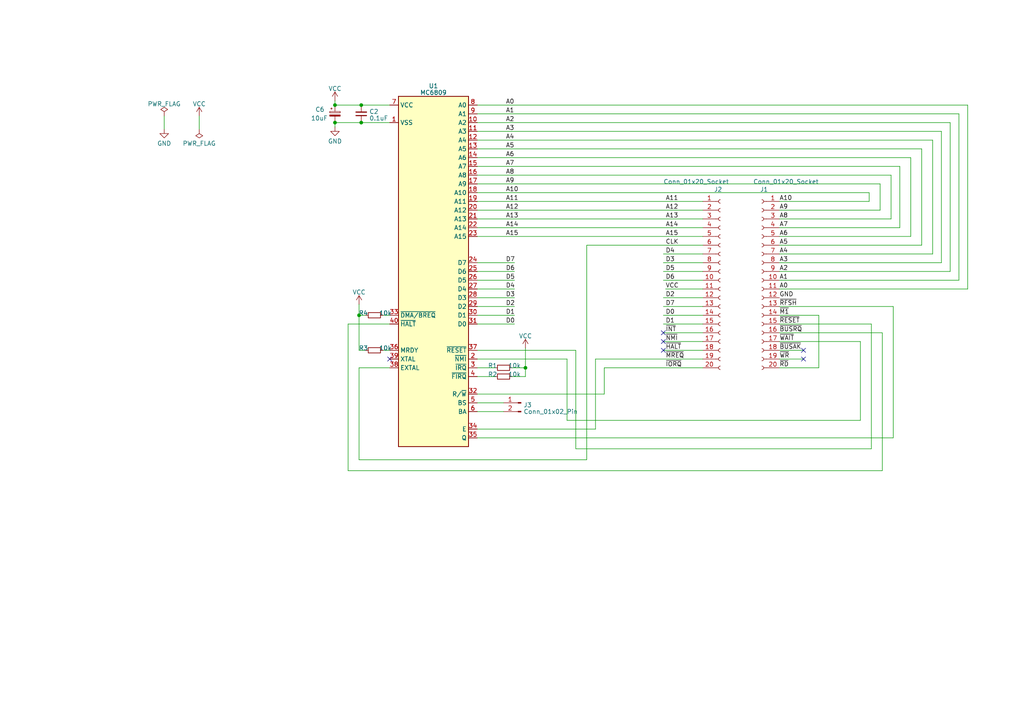
<source format=kicad_sch>
(kicad_sch (version 20230121) (generator eeschema)

  (uuid 5ce20f9d-ac06-43d4-90e8-c4063453d37d)

  (paper "A4")

  (title_block
    (title "MC68HC11_PLCC52 Mezzanine Board")
    (rev "001")
  )

  (lib_symbols
    (symbol "0-global:MC6809_unbalance" (in_bom yes) (on_board yes)
      (property "Reference" "U" (at -7.62 52.07 0)
        (effects (font (size 1.27 1.27)) (justify right))
      )
      (property "Value" "MC6809" (at 10.16 52.07 0)
        (effects (font (size 1.27 1.27)) (justify right))
      )
      (property "Footprint" "Package_DIP:DIP-40_W15.24mm" (at 0 -38.1 0)
        (effects (font (size 1.27 1.27)) hide)
      )
      (property "Datasheet" "http://pdf.datasheetcatalog.com/datasheet/motorola/MC68B09S.pdf" (at 0 17.78 0)
        (effects (font (size 1.27 1.27)) hide)
      )
      (property "ki_keywords" "MCU" (at 0 0 0)
        (effects (font (size 1.27 1.27)) hide)
      )
      (property "ki_description" "8-Bit Microprocessing unit 1.0MHz, DIP-40" (at 0 0 0)
        (effects (font (size 1.27 1.27)) hide)
      )
      (property "ki_fp_filters" "DIP*W15.24mm*" (at 0 0 0)
        (effects (font (size 1.27 1.27)) hide)
      )
      (symbol "MC6809_unbalance_0_1"
        (rectangle (start -10.16 50.8) (end 10.16 -50.8)
          (stroke (width 0.254) (type default))
          (fill (type background))
        )
      )
      (symbol "MC6809_unbalance_1_1"
        (pin power_in line (at -12.7 43.18 0) (length 2.54)
          (name "VSS" (effects (font (size 1.27 1.27))))
          (number "1" (effects (font (size 1.27 1.27))))
        )
        (pin output line (at 12.7 43.18 180) (length 2.54)
          (name "A2" (effects (font (size 1.27 1.27))))
          (number "10" (effects (font (size 1.27 1.27))))
        )
        (pin output line (at 12.7 40.64 180) (length 2.54)
          (name "A3" (effects (font (size 1.27 1.27))))
          (number "11" (effects (font (size 1.27 1.27))))
        )
        (pin output line (at 12.7 38.1 180) (length 2.54)
          (name "A4" (effects (font (size 1.27 1.27))))
          (number "12" (effects (font (size 1.27 1.27))))
        )
        (pin output line (at 12.7 35.56 180) (length 2.54)
          (name "A5" (effects (font (size 1.27 1.27))))
          (number "13" (effects (font (size 1.27 1.27))))
        )
        (pin output line (at 12.7 33.02 180) (length 2.54)
          (name "A6" (effects (font (size 1.27 1.27))))
          (number "14" (effects (font (size 1.27 1.27))))
        )
        (pin output line (at 12.7 30.48 180) (length 2.54)
          (name "A7" (effects (font (size 1.27 1.27))))
          (number "15" (effects (font (size 1.27 1.27))))
        )
        (pin output line (at 12.7 27.94 180) (length 2.54)
          (name "A8" (effects (font (size 1.27 1.27))))
          (number "16" (effects (font (size 1.27 1.27))))
        )
        (pin output line (at 12.7 25.4 180) (length 2.54)
          (name "A9" (effects (font (size 1.27 1.27))))
          (number "17" (effects (font (size 1.27 1.27))))
        )
        (pin output line (at 12.7 22.86 180) (length 2.54)
          (name "A10" (effects (font (size 1.27 1.27))))
          (number "18" (effects (font (size 1.27 1.27))))
        )
        (pin output line (at 12.7 20.32 180) (length 2.54)
          (name "A11" (effects (font (size 1.27 1.27))))
          (number "19" (effects (font (size 1.27 1.27))))
        )
        (pin input line (at 12.7 -25.4 180) (length 2.54)
          (name "~{NMI}" (effects (font (size 1.27 1.27))))
          (number "2" (effects (font (size 1.27 1.27))))
        )
        (pin output line (at 12.7 17.78 180) (length 2.54)
          (name "A12" (effects (font (size 1.27 1.27))))
          (number "20" (effects (font (size 1.27 1.27))))
        )
        (pin output line (at 12.7 15.24 180) (length 2.54)
          (name "A13" (effects (font (size 1.27 1.27))))
          (number "21" (effects (font (size 1.27 1.27))))
        )
        (pin output line (at 12.7 12.7 180) (length 2.54)
          (name "A14" (effects (font (size 1.27 1.27))))
          (number "22" (effects (font (size 1.27 1.27))))
        )
        (pin output line (at 12.7 10.16 180) (length 2.54)
          (name "A15" (effects (font (size 1.27 1.27))))
          (number "23" (effects (font (size 1.27 1.27))))
        )
        (pin bidirectional line (at 12.7 2.54 180) (length 2.54)
          (name "D7" (effects (font (size 1.27 1.27))))
          (number "24" (effects (font (size 1.27 1.27))))
        )
        (pin bidirectional line (at 12.7 0 180) (length 2.54)
          (name "D6" (effects (font (size 1.27 1.27))))
          (number "25" (effects (font (size 1.27 1.27))))
        )
        (pin bidirectional line (at 12.7 -2.54 180) (length 2.54)
          (name "D5" (effects (font (size 1.27 1.27))))
          (number "26" (effects (font (size 1.27 1.27))))
        )
        (pin bidirectional line (at 12.7 -5.08 180) (length 2.54)
          (name "D4" (effects (font (size 1.27 1.27))))
          (number "27" (effects (font (size 1.27 1.27))))
        )
        (pin bidirectional line (at 12.7 -7.62 180) (length 2.54)
          (name "D3" (effects (font (size 1.27 1.27))))
          (number "28" (effects (font (size 1.27 1.27))))
        )
        (pin bidirectional line (at 12.7 -10.16 180) (length 2.54)
          (name "D2" (effects (font (size 1.27 1.27))))
          (number "29" (effects (font (size 1.27 1.27))))
        )
        (pin input line (at 12.7 -27.94 180) (length 2.54)
          (name "~{IRQ}" (effects (font (size 1.27 1.27))))
          (number "3" (effects (font (size 1.27 1.27))))
        )
        (pin bidirectional line (at 12.7 -12.7 180) (length 2.54)
          (name "D1" (effects (font (size 1.27 1.27))))
          (number "30" (effects (font (size 1.27 1.27))))
        )
        (pin bidirectional line (at 12.7 -15.24 180) (length 2.54)
          (name "D0" (effects (font (size 1.27 1.27))))
          (number "31" (effects (font (size 1.27 1.27))))
        )
        (pin output line (at 12.7 -35.56 180) (length 2.54)
          (name "R/~{W}" (effects (font (size 1.27 1.27))))
          (number "32" (effects (font (size 1.27 1.27))))
        )
        (pin input line (at -12.7 -12.7 0) (length 2.54)
          (name "~{DMA/BREQ}" (effects (font (size 1.27 1.27))))
          (number "33" (effects (font (size 1.27 1.27))))
        )
        (pin output line (at 12.7 -45.72 180) (length 2.54)
          (name "E" (effects (font (size 1.27 1.27))))
          (number "34" (effects (font (size 1.27 1.27))))
        )
        (pin output line (at 12.7 -48.26 180) (length 2.54)
          (name "Q" (effects (font (size 1.27 1.27))))
          (number "35" (effects (font (size 1.27 1.27))))
        )
        (pin input line (at -12.7 -22.86 0) (length 2.54)
          (name "MRDY" (effects (font (size 1.27 1.27))))
          (number "36" (effects (font (size 1.27 1.27))))
        )
        (pin input line (at 12.7 -22.86 180) (length 2.54)
          (name "~{RESET}" (effects (font (size 1.27 1.27))))
          (number "37" (effects (font (size 1.27 1.27))))
        )
        (pin input line (at -12.7 -27.94 0) (length 2.54)
          (name "EXTAL" (effects (font (size 1.27 1.27))))
          (number "38" (effects (font (size 1.27 1.27))))
        )
        (pin input line (at -12.7 -25.4 0) (length 2.54)
          (name "XTAL" (effects (font (size 1.27 1.27))))
          (number "39" (effects (font (size 1.27 1.27))))
        )
        (pin input line (at 12.7 -30.48 180) (length 2.54)
          (name "~{FIRQ}" (effects (font (size 1.27 1.27))))
          (number "4" (effects (font (size 1.27 1.27))))
        )
        (pin input line (at -12.7 -15.24 0) (length 2.54)
          (name "~{HALT}" (effects (font (size 1.27 1.27))))
          (number "40" (effects (font (size 1.27 1.27))))
        )
        (pin output line (at 12.7 -38.1 180) (length 2.54)
          (name "BS" (effects (font (size 1.27 1.27))))
          (number "5" (effects (font (size 1.27 1.27))))
        )
        (pin output line (at 12.7 -40.64 180) (length 2.54)
          (name "BA" (effects (font (size 1.27 1.27))))
          (number "6" (effects (font (size 1.27 1.27))))
        )
        (pin power_in line (at -12.7 48.26 0) (length 2.54)
          (name "VCC" (effects (font (size 1.27 1.27))))
          (number "7" (effects (font (size 1.27 1.27))))
        )
        (pin output line (at 12.7 48.26 180) (length 2.54)
          (name "A0" (effects (font (size 1.27 1.27))))
          (number "8" (effects (font (size 1.27 1.27))))
        )
        (pin output line (at 12.7 45.72 180) (length 2.54)
          (name "A1" (effects (font (size 1.27 1.27))))
          (number "9" (effects (font (size 1.27 1.27))))
        )
      )
    )
    (symbol "Connector:Conn_01x02_Pin" (pin_names (offset 1.016) hide) (in_bom yes) (on_board yes)
      (property "Reference" "J" (at 0 2.54 0)
        (effects (font (size 1.27 1.27)))
      )
      (property "Value" "Conn_01x02_Pin" (at 0 -5.08 0)
        (effects (font (size 1.27 1.27)))
      )
      (property "Footprint" "" (at 0 0 0)
        (effects (font (size 1.27 1.27)) hide)
      )
      (property "Datasheet" "~" (at 0 0 0)
        (effects (font (size 1.27 1.27)) hide)
      )
      (property "ki_locked" "" (at 0 0 0)
        (effects (font (size 1.27 1.27)))
      )
      (property "ki_keywords" "connector" (at 0 0 0)
        (effects (font (size 1.27 1.27)) hide)
      )
      (property "ki_description" "Generic connector, single row, 01x02, script generated" (at 0 0 0)
        (effects (font (size 1.27 1.27)) hide)
      )
      (property "ki_fp_filters" "Connector*:*_1x??_*" (at 0 0 0)
        (effects (font (size 1.27 1.27)) hide)
      )
      (symbol "Conn_01x02_Pin_1_1"
        (polyline
          (pts
            (xy 1.27 -2.54)
            (xy 0.8636 -2.54)
          )
          (stroke (width 0.1524) (type default))
          (fill (type none))
        )
        (polyline
          (pts
            (xy 1.27 0)
            (xy 0.8636 0)
          )
          (stroke (width 0.1524) (type default))
          (fill (type none))
        )
        (rectangle (start 0.8636 -2.413) (end 0 -2.667)
          (stroke (width 0.1524) (type default))
          (fill (type outline))
        )
        (rectangle (start 0.8636 0.127) (end 0 -0.127)
          (stroke (width 0.1524) (type default))
          (fill (type outline))
        )
        (pin passive line (at 5.08 0 180) (length 3.81)
          (name "Pin_1" (effects (font (size 1.27 1.27))))
          (number "1" (effects (font (size 1.27 1.27))))
        )
        (pin passive line (at 5.08 -2.54 180) (length 3.81)
          (name "Pin_2" (effects (font (size 1.27 1.27))))
          (number "2" (effects (font (size 1.27 1.27))))
        )
      )
    )
    (symbol "Connector:Conn_01x20_Socket" (pin_names (offset 1.016) hide) (in_bom yes) (on_board yes)
      (property "Reference" "J" (at 0 25.4 0)
        (effects (font (size 1.27 1.27)))
      )
      (property "Value" "Conn_01x20_Socket" (at 0 -27.94 0)
        (effects (font (size 1.27 1.27)))
      )
      (property "Footprint" "" (at 0 0 0)
        (effects (font (size 1.27 1.27)) hide)
      )
      (property "Datasheet" "~" (at 0 0 0)
        (effects (font (size 1.27 1.27)) hide)
      )
      (property "ki_locked" "" (at 0 0 0)
        (effects (font (size 1.27 1.27)))
      )
      (property "ki_keywords" "connector" (at 0 0 0)
        (effects (font (size 1.27 1.27)) hide)
      )
      (property "ki_description" "Generic connector, single row, 01x20, script generated" (at 0 0 0)
        (effects (font (size 1.27 1.27)) hide)
      )
      (property "ki_fp_filters" "Connector*:*_1x??_*" (at 0 0 0)
        (effects (font (size 1.27 1.27)) hide)
      )
      (symbol "Conn_01x20_Socket_1_1"
        (arc (start 0 -24.892) (mid -0.5058 -25.4) (end 0 -25.908)
          (stroke (width 0.1524) (type default))
          (fill (type none))
        )
        (arc (start 0 -22.352) (mid -0.5058 -22.86) (end 0 -23.368)
          (stroke (width 0.1524) (type default))
          (fill (type none))
        )
        (arc (start 0 -19.812) (mid -0.5058 -20.32) (end 0 -20.828)
          (stroke (width 0.1524) (type default))
          (fill (type none))
        )
        (arc (start 0 -17.272) (mid -0.5058 -17.78) (end 0 -18.288)
          (stroke (width 0.1524) (type default))
          (fill (type none))
        )
        (arc (start 0 -14.732) (mid -0.5058 -15.24) (end 0 -15.748)
          (stroke (width 0.1524) (type default))
          (fill (type none))
        )
        (arc (start 0 -12.192) (mid -0.5058 -12.7) (end 0 -13.208)
          (stroke (width 0.1524) (type default))
          (fill (type none))
        )
        (arc (start 0 -9.652) (mid -0.5058 -10.16) (end 0 -10.668)
          (stroke (width 0.1524) (type default))
          (fill (type none))
        )
        (arc (start 0 -7.112) (mid -0.5058 -7.62) (end 0 -8.128)
          (stroke (width 0.1524) (type default))
          (fill (type none))
        )
        (arc (start 0 -4.572) (mid -0.5058 -5.08) (end 0 -5.588)
          (stroke (width 0.1524) (type default))
          (fill (type none))
        )
        (arc (start 0 -2.032) (mid -0.5058 -2.54) (end 0 -3.048)
          (stroke (width 0.1524) (type default))
          (fill (type none))
        )
        (polyline
          (pts
            (xy -1.27 -25.4)
            (xy -0.508 -25.4)
          )
          (stroke (width 0.1524) (type default))
          (fill (type none))
        )
        (polyline
          (pts
            (xy -1.27 -22.86)
            (xy -0.508 -22.86)
          )
          (stroke (width 0.1524) (type default))
          (fill (type none))
        )
        (polyline
          (pts
            (xy -1.27 -20.32)
            (xy -0.508 -20.32)
          )
          (stroke (width 0.1524) (type default))
          (fill (type none))
        )
        (polyline
          (pts
            (xy -1.27 -17.78)
            (xy -0.508 -17.78)
          )
          (stroke (width 0.1524) (type default))
          (fill (type none))
        )
        (polyline
          (pts
            (xy -1.27 -15.24)
            (xy -0.508 -15.24)
          )
          (stroke (width 0.1524) (type default))
          (fill (type none))
        )
        (polyline
          (pts
            (xy -1.27 -12.7)
            (xy -0.508 -12.7)
          )
          (stroke (width 0.1524) (type default))
          (fill (type none))
        )
        (polyline
          (pts
            (xy -1.27 -10.16)
            (xy -0.508 -10.16)
          )
          (stroke (width 0.1524) (type default))
          (fill (type none))
        )
        (polyline
          (pts
            (xy -1.27 -7.62)
            (xy -0.508 -7.62)
          )
          (stroke (width 0.1524) (type default))
          (fill (type none))
        )
        (polyline
          (pts
            (xy -1.27 -5.08)
            (xy -0.508 -5.08)
          )
          (stroke (width 0.1524) (type default))
          (fill (type none))
        )
        (polyline
          (pts
            (xy -1.27 -2.54)
            (xy -0.508 -2.54)
          )
          (stroke (width 0.1524) (type default))
          (fill (type none))
        )
        (polyline
          (pts
            (xy -1.27 0)
            (xy -0.508 0)
          )
          (stroke (width 0.1524) (type default))
          (fill (type none))
        )
        (polyline
          (pts
            (xy -1.27 2.54)
            (xy -0.508 2.54)
          )
          (stroke (width 0.1524) (type default))
          (fill (type none))
        )
        (polyline
          (pts
            (xy -1.27 5.08)
            (xy -0.508 5.08)
          )
          (stroke (width 0.1524) (type default))
          (fill (type none))
        )
        (polyline
          (pts
            (xy -1.27 7.62)
            (xy -0.508 7.62)
          )
          (stroke (width 0.1524) (type default))
          (fill (type none))
        )
        (polyline
          (pts
            (xy -1.27 10.16)
            (xy -0.508 10.16)
          )
          (stroke (width 0.1524) (type default))
          (fill (type none))
        )
        (polyline
          (pts
            (xy -1.27 12.7)
            (xy -0.508 12.7)
          )
          (stroke (width 0.1524) (type default))
          (fill (type none))
        )
        (polyline
          (pts
            (xy -1.27 15.24)
            (xy -0.508 15.24)
          )
          (stroke (width 0.1524) (type default))
          (fill (type none))
        )
        (polyline
          (pts
            (xy -1.27 17.78)
            (xy -0.508 17.78)
          )
          (stroke (width 0.1524) (type default))
          (fill (type none))
        )
        (polyline
          (pts
            (xy -1.27 20.32)
            (xy -0.508 20.32)
          )
          (stroke (width 0.1524) (type default))
          (fill (type none))
        )
        (polyline
          (pts
            (xy -1.27 22.86)
            (xy -0.508 22.86)
          )
          (stroke (width 0.1524) (type default))
          (fill (type none))
        )
        (arc (start 0 0.508) (mid -0.5058 0) (end 0 -0.508)
          (stroke (width 0.1524) (type default))
          (fill (type none))
        )
        (arc (start 0 3.048) (mid -0.5058 2.54) (end 0 2.032)
          (stroke (width 0.1524) (type default))
          (fill (type none))
        )
        (arc (start 0 5.588) (mid -0.5058 5.08) (end 0 4.572)
          (stroke (width 0.1524) (type default))
          (fill (type none))
        )
        (arc (start 0 8.128) (mid -0.5058 7.62) (end 0 7.112)
          (stroke (width 0.1524) (type default))
          (fill (type none))
        )
        (arc (start 0 10.668) (mid -0.5058 10.16) (end 0 9.652)
          (stroke (width 0.1524) (type default))
          (fill (type none))
        )
        (arc (start 0 13.208) (mid -0.5058 12.7) (end 0 12.192)
          (stroke (width 0.1524) (type default))
          (fill (type none))
        )
        (arc (start 0 15.748) (mid -0.5058 15.24) (end 0 14.732)
          (stroke (width 0.1524) (type default))
          (fill (type none))
        )
        (arc (start 0 18.288) (mid -0.5058 17.78) (end 0 17.272)
          (stroke (width 0.1524) (type default))
          (fill (type none))
        )
        (arc (start 0 20.828) (mid -0.5058 20.32) (end 0 19.812)
          (stroke (width 0.1524) (type default))
          (fill (type none))
        )
        (arc (start 0 23.368) (mid -0.5058 22.86) (end 0 22.352)
          (stroke (width 0.1524) (type default))
          (fill (type none))
        )
        (pin passive line (at -5.08 22.86 0) (length 3.81)
          (name "Pin_1" (effects (font (size 1.27 1.27))))
          (number "1" (effects (font (size 1.27 1.27))))
        )
        (pin passive line (at -5.08 0 0) (length 3.81)
          (name "Pin_10" (effects (font (size 1.27 1.27))))
          (number "10" (effects (font (size 1.27 1.27))))
        )
        (pin passive line (at -5.08 -2.54 0) (length 3.81)
          (name "Pin_11" (effects (font (size 1.27 1.27))))
          (number "11" (effects (font (size 1.27 1.27))))
        )
        (pin passive line (at -5.08 -5.08 0) (length 3.81)
          (name "Pin_12" (effects (font (size 1.27 1.27))))
          (number "12" (effects (font (size 1.27 1.27))))
        )
        (pin passive line (at -5.08 -7.62 0) (length 3.81)
          (name "Pin_13" (effects (font (size 1.27 1.27))))
          (number "13" (effects (font (size 1.27 1.27))))
        )
        (pin passive line (at -5.08 -10.16 0) (length 3.81)
          (name "Pin_14" (effects (font (size 1.27 1.27))))
          (number "14" (effects (font (size 1.27 1.27))))
        )
        (pin passive line (at -5.08 -12.7 0) (length 3.81)
          (name "Pin_15" (effects (font (size 1.27 1.27))))
          (number "15" (effects (font (size 1.27 1.27))))
        )
        (pin passive line (at -5.08 -15.24 0) (length 3.81)
          (name "Pin_16" (effects (font (size 1.27 1.27))))
          (number "16" (effects (font (size 1.27 1.27))))
        )
        (pin passive line (at -5.08 -17.78 0) (length 3.81)
          (name "Pin_17" (effects (font (size 1.27 1.27))))
          (number "17" (effects (font (size 1.27 1.27))))
        )
        (pin passive line (at -5.08 -20.32 0) (length 3.81)
          (name "Pin_18" (effects (font (size 1.27 1.27))))
          (number "18" (effects (font (size 1.27 1.27))))
        )
        (pin passive line (at -5.08 -22.86 0) (length 3.81)
          (name "Pin_19" (effects (font (size 1.27 1.27))))
          (number "19" (effects (font (size 1.27 1.27))))
        )
        (pin passive line (at -5.08 20.32 0) (length 3.81)
          (name "Pin_2" (effects (font (size 1.27 1.27))))
          (number "2" (effects (font (size 1.27 1.27))))
        )
        (pin passive line (at -5.08 -25.4 0) (length 3.81)
          (name "Pin_20" (effects (font (size 1.27 1.27))))
          (number "20" (effects (font (size 1.27 1.27))))
        )
        (pin passive line (at -5.08 17.78 0) (length 3.81)
          (name "Pin_3" (effects (font (size 1.27 1.27))))
          (number "3" (effects (font (size 1.27 1.27))))
        )
        (pin passive line (at -5.08 15.24 0) (length 3.81)
          (name "Pin_4" (effects (font (size 1.27 1.27))))
          (number "4" (effects (font (size 1.27 1.27))))
        )
        (pin passive line (at -5.08 12.7 0) (length 3.81)
          (name "Pin_5" (effects (font (size 1.27 1.27))))
          (number "5" (effects (font (size 1.27 1.27))))
        )
        (pin passive line (at -5.08 10.16 0) (length 3.81)
          (name "Pin_6" (effects (font (size 1.27 1.27))))
          (number "6" (effects (font (size 1.27 1.27))))
        )
        (pin passive line (at -5.08 7.62 0) (length 3.81)
          (name "Pin_7" (effects (font (size 1.27 1.27))))
          (number "7" (effects (font (size 1.27 1.27))))
        )
        (pin passive line (at -5.08 5.08 0) (length 3.81)
          (name "Pin_8" (effects (font (size 1.27 1.27))))
          (number "8" (effects (font (size 1.27 1.27))))
        )
        (pin passive line (at -5.08 2.54 0) (length 3.81)
          (name "Pin_9" (effects (font (size 1.27 1.27))))
          (number "9" (effects (font (size 1.27 1.27))))
        )
      )
    )
    (symbol "Device:C_Polarized_Small" (pin_numbers hide) (pin_names (offset 0.254) hide) (in_bom yes) (on_board yes)
      (property "Reference" "C" (at 0.254 1.778 0)
        (effects (font (size 1.27 1.27)) (justify left))
      )
      (property "Value" "C_Polarized_Small" (at 0.254 -2.032 0)
        (effects (font (size 1.27 1.27)) (justify left))
      )
      (property "Footprint" "" (at 0 0 0)
        (effects (font (size 1.27 1.27)) hide)
      )
      (property "Datasheet" "~" (at 0 0 0)
        (effects (font (size 1.27 1.27)) hide)
      )
      (property "ki_keywords" "cap capacitor" (at 0 0 0)
        (effects (font (size 1.27 1.27)) hide)
      )
      (property "ki_description" "Polarized capacitor, small symbol" (at 0 0 0)
        (effects (font (size 1.27 1.27)) hide)
      )
      (property "ki_fp_filters" "CP_*" (at 0 0 0)
        (effects (font (size 1.27 1.27)) hide)
      )
      (symbol "C_Polarized_Small_0_1"
        (rectangle (start -1.524 -0.3048) (end 1.524 -0.6858)
          (stroke (width 0) (type default))
          (fill (type outline))
        )
        (rectangle (start -1.524 0.6858) (end 1.524 0.3048)
          (stroke (width 0) (type default))
          (fill (type none))
        )
        (polyline
          (pts
            (xy -1.27 1.524)
            (xy -0.762 1.524)
          )
          (stroke (width 0) (type default))
          (fill (type none))
        )
        (polyline
          (pts
            (xy -1.016 1.27)
            (xy -1.016 1.778)
          )
          (stroke (width 0) (type default))
          (fill (type none))
        )
      )
      (symbol "C_Polarized_Small_1_1"
        (pin passive line (at 0 2.54 270) (length 1.8542)
          (name "~" (effects (font (size 1.27 1.27))))
          (number "1" (effects (font (size 1.27 1.27))))
        )
        (pin passive line (at 0 -2.54 90) (length 1.8542)
          (name "~" (effects (font (size 1.27 1.27))))
          (number "2" (effects (font (size 1.27 1.27))))
        )
      )
    )
    (symbol "Device:C_Small" (pin_numbers hide) (pin_names (offset 0.254) hide) (in_bom yes) (on_board yes)
      (property "Reference" "C" (at 0.254 1.778 0)
        (effects (font (size 1.27 1.27)) (justify left))
      )
      (property "Value" "C_Small" (at 0.254 -2.032 0)
        (effects (font (size 1.27 1.27)) (justify left))
      )
      (property "Footprint" "" (at 0 0 0)
        (effects (font (size 1.27 1.27)) hide)
      )
      (property "Datasheet" "~" (at 0 0 0)
        (effects (font (size 1.27 1.27)) hide)
      )
      (property "ki_keywords" "capacitor cap" (at 0 0 0)
        (effects (font (size 1.27 1.27)) hide)
      )
      (property "ki_description" "Unpolarized capacitor, small symbol" (at 0 0 0)
        (effects (font (size 1.27 1.27)) hide)
      )
      (property "ki_fp_filters" "C_*" (at 0 0 0)
        (effects (font (size 1.27 1.27)) hide)
      )
      (symbol "C_Small_0_1"
        (polyline
          (pts
            (xy -1.524 -0.508)
            (xy 1.524 -0.508)
          )
          (stroke (width 0.3302) (type default))
          (fill (type none))
        )
        (polyline
          (pts
            (xy -1.524 0.508)
            (xy 1.524 0.508)
          )
          (stroke (width 0.3048) (type default))
          (fill (type none))
        )
      )
      (symbol "C_Small_1_1"
        (pin passive line (at 0 2.54 270) (length 2.032)
          (name "~" (effects (font (size 1.27 1.27))))
          (number "1" (effects (font (size 1.27 1.27))))
        )
        (pin passive line (at 0 -2.54 90) (length 2.032)
          (name "~" (effects (font (size 1.27 1.27))))
          (number "2" (effects (font (size 1.27 1.27))))
        )
      )
    )
    (symbol "Device:R_Small" (pin_numbers hide) (pin_names (offset 0.254) hide) (in_bom yes) (on_board yes)
      (property "Reference" "R" (at 0.762 0.508 0)
        (effects (font (size 1.27 1.27)) (justify left))
      )
      (property "Value" "R_Small" (at 0.762 -1.016 0)
        (effects (font (size 1.27 1.27)) (justify left))
      )
      (property "Footprint" "" (at 0 0 0)
        (effects (font (size 1.27 1.27)) hide)
      )
      (property "Datasheet" "~" (at 0 0 0)
        (effects (font (size 1.27 1.27)) hide)
      )
      (property "ki_keywords" "R resistor" (at 0 0 0)
        (effects (font (size 1.27 1.27)) hide)
      )
      (property "ki_description" "Resistor, small symbol" (at 0 0 0)
        (effects (font (size 1.27 1.27)) hide)
      )
      (property "ki_fp_filters" "R_*" (at 0 0 0)
        (effects (font (size 1.27 1.27)) hide)
      )
      (symbol "R_Small_0_1"
        (rectangle (start -0.762 1.778) (end 0.762 -1.778)
          (stroke (width 0.2032) (type default))
          (fill (type none))
        )
      )
      (symbol "R_Small_1_1"
        (pin passive line (at 0 2.54 270) (length 0.762)
          (name "~" (effects (font (size 1.27 1.27))))
          (number "1" (effects (font (size 1.27 1.27))))
        )
        (pin passive line (at 0 -2.54 90) (length 0.762)
          (name "~" (effects (font (size 1.27 1.27))))
          (number "2" (effects (font (size 1.27 1.27))))
        )
      )
    )
    (symbol "power:GND" (power) (pin_names (offset 0)) (in_bom yes) (on_board yes)
      (property "Reference" "#PWR" (at 0 -6.35 0)
        (effects (font (size 1.27 1.27)) hide)
      )
      (property "Value" "GND" (at 0 -3.81 0)
        (effects (font (size 1.27 1.27)))
      )
      (property "Footprint" "" (at 0 0 0)
        (effects (font (size 1.27 1.27)) hide)
      )
      (property "Datasheet" "" (at 0 0 0)
        (effects (font (size 1.27 1.27)) hide)
      )
      (property "ki_keywords" "global power" (at 0 0 0)
        (effects (font (size 1.27 1.27)) hide)
      )
      (property "ki_description" "Power symbol creates a global label with name \"GND\" , ground" (at 0 0 0)
        (effects (font (size 1.27 1.27)) hide)
      )
      (symbol "GND_0_1"
        (polyline
          (pts
            (xy 0 0)
            (xy 0 -1.27)
            (xy 1.27 -1.27)
            (xy 0 -2.54)
            (xy -1.27 -1.27)
            (xy 0 -1.27)
          )
          (stroke (width 0) (type default))
          (fill (type none))
        )
      )
      (symbol "GND_1_1"
        (pin power_in line (at 0 0 270) (length 0) hide
          (name "GND" (effects (font (size 1.27 1.27))))
          (number "1" (effects (font (size 1.27 1.27))))
        )
      )
    )
    (symbol "power:PWR_FLAG" (power) (pin_numbers hide) (pin_names (offset 0) hide) (in_bom yes) (on_board yes)
      (property "Reference" "#FLG" (at 0 1.905 0)
        (effects (font (size 1.27 1.27)) hide)
      )
      (property "Value" "PWR_FLAG" (at 0 3.81 0)
        (effects (font (size 1.27 1.27)))
      )
      (property "Footprint" "" (at 0 0 0)
        (effects (font (size 1.27 1.27)) hide)
      )
      (property "Datasheet" "~" (at 0 0 0)
        (effects (font (size 1.27 1.27)) hide)
      )
      (property "ki_keywords" "flag power" (at 0 0 0)
        (effects (font (size 1.27 1.27)) hide)
      )
      (property "ki_description" "Special symbol for telling ERC where power comes from" (at 0 0 0)
        (effects (font (size 1.27 1.27)) hide)
      )
      (symbol "PWR_FLAG_0_0"
        (pin power_out line (at 0 0 90) (length 0)
          (name "pwr" (effects (font (size 1.27 1.27))))
          (number "1" (effects (font (size 1.27 1.27))))
        )
      )
      (symbol "PWR_FLAG_0_1"
        (polyline
          (pts
            (xy 0 0)
            (xy 0 1.27)
            (xy -1.016 1.905)
            (xy 0 2.54)
            (xy 1.016 1.905)
            (xy 0 1.27)
          )
          (stroke (width 0) (type default))
          (fill (type none))
        )
      )
    )
    (symbol "power:VCC" (power) (pin_names (offset 0)) (in_bom yes) (on_board yes)
      (property "Reference" "#PWR" (at 0 -3.81 0)
        (effects (font (size 1.27 1.27)) hide)
      )
      (property "Value" "VCC" (at 0 3.81 0)
        (effects (font (size 1.27 1.27)))
      )
      (property "Footprint" "" (at 0 0 0)
        (effects (font (size 1.27 1.27)) hide)
      )
      (property "Datasheet" "" (at 0 0 0)
        (effects (font (size 1.27 1.27)) hide)
      )
      (property "ki_keywords" "global power" (at 0 0 0)
        (effects (font (size 1.27 1.27)) hide)
      )
      (property "ki_description" "Power symbol creates a global label with name \"VCC\"" (at 0 0 0)
        (effects (font (size 1.27 1.27)) hide)
      )
      (symbol "VCC_0_1"
        (polyline
          (pts
            (xy -0.762 1.27)
            (xy 0 2.54)
          )
          (stroke (width 0) (type default))
          (fill (type none))
        )
        (polyline
          (pts
            (xy 0 0)
            (xy 0 2.54)
          )
          (stroke (width 0) (type default))
          (fill (type none))
        )
        (polyline
          (pts
            (xy 0 2.54)
            (xy 0.762 1.27)
          )
          (stroke (width 0) (type default))
          (fill (type none))
        )
      )
      (symbol "VCC_1_1"
        (pin power_in line (at 0 0 90) (length 0) hide
          (name "VCC" (effects (font (size 1.27 1.27))))
          (number "1" (effects (font (size 1.27 1.27))))
        )
      )
    )
  )

  (junction (at 104.775 35.56) (diameter 0) (color 0 0 0 0)
    (uuid 174a4f1e-1573-42eb-aad4-dd8fba7314d0)
  )
  (junction (at 97.155 30.48) (diameter 0) (color 0 0 0 0)
    (uuid 2f4ebe1f-294d-4e80-9ab5-5d432f45ec8d)
  )
  (junction (at 97.155 35.56) (diameter 0) (color 0 0 0 0)
    (uuid 6d7d8940-1ab9-443d-8424-cbe8dbb0979d)
  )
  (junction (at 152.4 106.68) (diameter 0) (color 0 0 0 0)
    (uuid 9a245bec-d75d-433b-b7c4-18da2e7c9434)
  )
  (junction (at 104.14 91.44) (diameter 0) (color 0 0 0 0)
    (uuid aff9c156-b34b-4851-a72e-c9a2fd9317b1)
  )
  (junction (at 104.775 30.48) (diameter 0) (color 0 0 0 0)
    (uuid c8dae13c-9b58-4fc7-9e42-fa8394f67ab3)
  )

  (no_connect (at 233.045 104.14) (uuid 229a197c-870f-480c-a787-e8c406f38aa9))
  (no_connect (at 233.045 101.6) (uuid 2d3a8c70-8734-460f-9079-c9b8c24d9431))
  (no_connect (at 113.03 104.14) (uuid 588eae93-3867-498b-8408-9837ca05e50b))
  (no_connect (at 192.405 101.6) (uuid 6dce3beb-d993-4f39-8abd-e664b41eba13))
  (no_connect (at 192.405 99.06) (uuid 6dce9d58-8078-4809-a52c-af6f9f6a7787))
  (no_connect (at 192.405 96.52) (uuid fae5b5a5-f98a-4ca0-8245-9a2339ae25d7))

  (wire (pts (xy 104.14 91.44) (xy 104.14 101.6))
    (stroke (width 0) (type default))
    (uuid 0997293f-de20-4fc9-8c31-2206a20fbe72)
  )
  (wire (pts (xy 278.13 33.02) (xy 138.43 33.02))
    (stroke (width 0) (type default))
    (uuid 0af99485-d8de-4157-ace4-2f8be52ecda6)
  )
  (wire (pts (xy 138.43 114.3) (xy 175.26 114.3))
    (stroke (width 0) (type default))
    (uuid 0c6b0a43-8164-47db-bcd3-fe4da466b7f2)
  )
  (wire (pts (xy 152.4 106.68) (xy 152.4 109.22))
    (stroke (width 0) (type default))
    (uuid 0e6af46c-cd35-4575-8170-267473e362d6)
  )
  (wire (pts (xy 167.005 130.175) (xy 167.005 101.6))
    (stroke (width 0) (type default))
    (uuid 0f1dd4e4-5e49-4726-9172-b47da82eb672)
  )
  (wire (pts (xy 167.005 101.6) (xy 138.43 101.6))
    (stroke (width 0) (type default))
    (uuid 139327b3-eeb4-404c-b38d-0c491705ca6d)
  )
  (wire (pts (xy 138.43 66.04) (xy 203.835 66.04))
    (stroke (width 0) (type default))
    (uuid 14a8f5d8-e686-42c4-8eac-34ff9a467d37)
  )
  (wire (pts (xy 138.43 58.42) (xy 203.835 58.42))
    (stroke (width 0) (type default))
    (uuid 1a0afec5-38a3-453b-a645-ec43a87841f0)
  )
  (wire (pts (xy 192.405 73.66) (xy 203.835 73.66))
    (stroke (width 0) (type default))
    (uuid 1bc27e1d-f86e-48eb-be78-5e9c3ec3cbde)
  )
  (wire (pts (xy 255.905 136.525) (xy 255.905 96.52))
    (stroke (width 0) (type default))
    (uuid 1c320ef6-579c-4ddf-b9b2-06fde22a1460)
  )
  (wire (pts (xy 193.04 83.82) (xy 203.835 83.82))
    (stroke (width 0) (type default))
    (uuid 2185076d-fe34-464a-a948-321039351934)
  )
  (wire (pts (xy 138.43 45.72) (xy 264.16 45.72))
    (stroke (width 0) (type default))
    (uuid 228ab91b-d974-4810-a785-f9b249b5016c)
  )
  (wire (pts (xy 138.43 91.44) (xy 149.225 91.44))
    (stroke (width 0) (type default))
    (uuid 28124ba2-9056-4247-b88e-9d90bffdc141)
  )
  (wire (pts (xy 100.965 136.525) (xy 255.905 136.525))
    (stroke (width 0) (type default))
    (uuid 28b53cbf-e58a-465b-948f-db35c62d5a81)
  )
  (wire (pts (xy 138.43 83.82) (xy 149.225 83.82))
    (stroke (width 0) (type default))
    (uuid 2a5b11b1-6daf-4301-b2cd-2a8ab343a878)
  )
  (wire (pts (xy 192.405 99.06) (xy 203.835 99.06))
    (stroke (width 0) (type default))
    (uuid 314419eb-c29b-42f8-bc80-a86e57a76bc3)
  )
  (wire (pts (xy 226.06 81.28) (xy 278.13 81.28))
    (stroke (width 0) (type default))
    (uuid 33f2353e-79f9-45ec-ac34-790426944fb4)
  )
  (wire (pts (xy 273.05 38.1) (xy 138.43 38.1))
    (stroke (width 0) (type default))
    (uuid 36dd1e57-f505-407b-aef8-bb9c3ee4fded)
  )
  (wire (pts (xy 252.73 93.98) (xy 252.73 130.175))
    (stroke (width 0) (type default))
    (uuid 36e4fe36-e10e-4b7a-8ac7-0cdc0058c7c3)
  )
  (wire (pts (xy 226.06 88.9) (xy 259.08 88.9))
    (stroke (width 0) (type default))
    (uuid 3c10e645-d176-4c98-ae4d-08ad9d037e49)
  )
  (wire (pts (xy 270.51 40.64) (xy 138.43 40.64))
    (stroke (width 0) (type default))
    (uuid 3ff50c00-6129-449a-98b9-e8a4bdbbc7e1)
  )
  (wire (pts (xy 97.155 35.56) (xy 97.155 36.83))
    (stroke (width 0) (type default))
    (uuid 4034aa75-fa61-4f35-9fcf-a04515b26a0f)
  )
  (wire (pts (xy 104.14 91.44) (xy 106.045 91.44))
    (stroke (width 0) (type default))
    (uuid 4249860e-b7de-4c98-935c-677ffe782ecd)
  )
  (wire (pts (xy 138.43 35.56) (xy 275.59 35.56))
    (stroke (width 0) (type default))
    (uuid 4344fb5e-f109-433c-985f-a533fb914193)
  )
  (wire (pts (xy 138.43 88.9) (xy 149.225 88.9))
    (stroke (width 0) (type default))
    (uuid 4577e829-917e-4bd3-834f-32871987e92b)
  )
  (wire (pts (xy 267.335 43.18) (xy 267.335 71.12))
    (stroke (width 0) (type default))
    (uuid 45cd1603-9887-4ed9-ba2f-8b3ea5bd20a0)
  )
  (wire (pts (xy 226.06 68.58) (xy 264.16 68.58))
    (stroke (width 0) (type default))
    (uuid 46477c3b-e6dc-47df-a20d-ea300d70403a)
  )
  (wire (pts (xy 237.49 106.68) (xy 237.49 91.44))
    (stroke (width 0) (type default))
    (uuid 487f8713-2500-4cf4-8bb6-9e4b61252817)
  )
  (wire (pts (xy 138.43 63.5) (xy 203.835 63.5))
    (stroke (width 0) (type default))
    (uuid 48e36828-8c3a-451f-bda2-e02b6acd0db3)
  )
  (wire (pts (xy 138.43 106.68) (xy 143.51 106.68))
    (stroke (width 0) (type default))
    (uuid 48f9ef22-e7fe-4b7b-a291-7e19f6ea94c1)
  )
  (wire (pts (xy 138.43 53.34) (xy 255.27 53.34))
    (stroke (width 0) (type default))
    (uuid 49274b08-de67-462d-9b1c-c49567447b94)
  )
  (wire (pts (xy 138.43 50.8) (xy 258.445 50.8))
    (stroke (width 0) (type default))
    (uuid 5013c720-7bfe-46e0-82e3-0da1832d2ad5)
  )
  (wire (pts (xy 138.43 93.98) (xy 149.225 93.98))
    (stroke (width 0) (type default))
    (uuid 52f2e8f2-b591-483d-a572-54b1865f73fd)
  )
  (wire (pts (xy 104.14 106.68) (xy 104.14 133.35))
    (stroke (width 0) (type default))
    (uuid 54553ead-90f8-4705-80c5-79df7b5c1710)
  )
  (wire (pts (xy 170.18 71.12) (xy 203.835 71.12))
    (stroke (width 0) (type default))
    (uuid 552439fd-78f7-4ae7-ba74-5ca9b9a2d1f7)
  )
  (wire (pts (xy 113.03 106.68) (xy 104.14 106.68))
    (stroke (width 0) (type default))
    (uuid 55804ee7-83fe-4039-b2b5-68ceea200dc6)
  )
  (wire (pts (xy 192.405 96.52) (xy 203.835 96.52))
    (stroke (width 0) (type default))
    (uuid 563ddc38-9de2-4aad-bce2-d6f9cab31718)
  )
  (wire (pts (xy 97.155 35.56) (xy 104.775 35.56))
    (stroke (width 0) (type default))
    (uuid 5b896ae4-162f-4bb3-9888-3b27e56854e1)
  )
  (wire (pts (xy 226.06 83.82) (xy 280.67 83.82))
    (stroke (width 0) (type default))
    (uuid 5f5f610b-4bee-4239-8021-065e64fd4be8)
  )
  (wire (pts (xy 226.06 78.74) (xy 275.59 78.74))
    (stroke (width 0) (type default))
    (uuid 5f799226-fe1a-4b1a-b53d-7c95b66a5f4f)
  )
  (wire (pts (xy 138.43 76.2) (xy 149.225 76.2))
    (stroke (width 0) (type default))
    (uuid 6240d7f8-8dcd-4433-b8ed-c35570b6d50a)
  )
  (wire (pts (xy 138.43 124.46) (xy 172.72 124.46))
    (stroke (width 0) (type default))
    (uuid 63c3eb20-6c93-47f4-b6de-9c55489d826c)
  )
  (wire (pts (xy 111.125 101.6) (xy 113.03 101.6))
    (stroke (width 0) (type default))
    (uuid 64ce8027-8478-4ab9-b923-ed51e04cec76)
  )
  (wire (pts (xy 138.43 81.28) (xy 149.225 81.28))
    (stroke (width 0) (type default))
    (uuid 66204123-c179-4a19-bfe0-28ec905fcaa7)
  )
  (wire (pts (xy 259.08 127) (xy 138.43 127))
    (stroke (width 0) (type default))
    (uuid 6879bd95-059a-4408-bf8e-844950cc9398)
  )
  (wire (pts (xy 104.14 133.35) (xy 170.18 133.35))
    (stroke (width 0) (type default))
    (uuid 6a8c6022-110e-45c5-b720-0dcb05233067)
  )
  (wire (pts (xy 270.51 73.66) (xy 270.51 40.64))
    (stroke (width 0) (type default))
    (uuid 70163d6f-5c18-4bae-935e-8ed447e81993)
  )
  (wire (pts (xy 138.43 86.36) (xy 149.225 86.36))
    (stroke (width 0) (type default))
    (uuid 7035a725-9f46-42ed-b264-6203465b0322)
  )
  (wire (pts (xy 138.43 78.74) (xy 149.225 78.74))
    (stroke (width 0) (type default))
    (uuid 77bee8b7-026d-48c9-9f83-ae17ecffb235)
  )
  (wire (pts (xy 192.405 86.36) (xy 203.835 86.36))
    (stroke (width 0) (type default))
    (uuid 78169506-77bb-4e10-82d2-cc69bca27c28)
  )
  (wire (pts (xy 226.06 91.44) (xy 237.49 91.44))
    (stroke (width 0) (type default))
    (uuid 7a99a0f7-c25d-41e1-90f9-173ea0c54292)
  )
  (wire (pts (xy 260.985 66.04) (xy 260.985 48.26))
    (stroke (width 0) (type default))
    (uuid 7b2fa338-4e4f-4883-a700-5698903fbd89)
  )
  (wire (pts (xy 226.06 60.96) (xy 255.27 60.96))
    (stroke (width 0) (type default))
    (uuid 7b5fdf44-e090-45c4-94cb-41cf34bd5872)
  )
  (wire (pts (xy 97.155 29.21) (xy 97.155 30.48))
    (stroke (width 0) (type default))
    (uuid 7c18eb4a-a102-49c4-ab08-cfb0bc5acc3c)
  )
  (wire (pts (xy 192.405 88.9) (xy 203.835 88.9))
    (stroke (width 0) (type default))
    (uuid 7f4d77ee-2134-45c3-861e-26e7092802c1)
  )
  (wire (pts (xy 226.06 101.6) (xy 233.045 101.6))
    (stroke (width 0) (type default))
    (uuid 806c4090-7a9d-4b48-aed0-50a3354871fc)
  )
  (wire (pts (xy 192.405 91.44) (xy 203.835 91.44))
    (stroke (width 0) (type default))
    (uuid 80fdcd8f-813f-4601-91dd-21606da2b911)
  )
  (wire (pts (xy 138.43 104.14) (xy 164.465 104.14))
    (stroke (width 0) (type default))
    (uuid 850d35cd-71ba-4d74-86c6-e5a18c1c6895)
  )
  (wire (pts (xy 148.59 109.22) (xy 152.4 109.22))
    (stroke (width 0) (type default))
    (uuid 856e1138-2a83-4af5-9637-970f63d30150)
  )
  (wire (pts (xy 226.06 96.52) (xy 255.905 96.52))
    (stroke (width 0) (type default))
    (uuid 86994d26-c67a-42b1-9b07-78f93a617c16)
  )
  (wire (pts (xy 258.445 50.8) (xy 258.445 63.5))
    (stroke (width 0) (type default))
    (uuid 87b8ee6a-33d2-431c-b7b4-18cfc1606dba)
  )
  (wire (pts (xy 275.59 35.56) (xy 275.59 78.74))
    (stroke (width 0) (type default))
    (uuid 8a15396d-bcd2-4664-bce3-6a32f9c50300)
  )
  (wire (pts (xy 255.27 60.96) (xy 255.27 53.34))
    (stroke (width 0) (type default))
    (uuid 8b9bbd22-78cd-4bf7-9b86-68c88330413c)
  )
  (wire (pts (xy 113.03 93.98) (xy 100.965 93.98))
    (stroke (width 0) (type default))
    (uuid 90ada7f6-0029-4be9-a10e-b82ce4492224)
  )
  (wire (pts (xy 278.13 81.28) (xy 278.13 33.02))
    (stroke (width 0) (type default))
    (uuid 93aeaebd-7e1d-45b7-aa28-33bda1823a0f)
  )
  (wire (pts (xy 273.05 76.2) (xy 273.05 38.1))
    (stroke (width 0) (type default))
    (uuid 947e3303-78d9-4f03-8b82-f7eee259147a)
  )
  (wire (pts (xy 252.095 55.88) (xy 252.095 58.42))
    (stroke (width 0) (type default))
    (uuid 98712d23-6fb2-4863-b7c6-1cc5ff2dab08)
  )
  (wire (pts (xy 192.405 93.98) (xy 203.835 93.98))
    (stroke (width 0) (type default))
    (uuid 9887a170-0a9a-474c-9463-23c677f03823)
  )
  (wire (pts (xy 226.06 99.06) (xy 249.555 99.06))
    (stroke (width 0) (type default))
    (uuid 9d1a80bd-35b0-4db6-8d00-57d0756738c4)
  )
  (wire (pts (xy 138.43 48.26) (xy 260.985 48.26))
    (stroke (width 0) (type default))
    (uuid 9e4f65b6-14cb-4f29-9e9c-01f8e74e6eb4)
  )
  (wire (pts (xy 226.06 63.5) (xy 258.445 63.5))
    (stroke (width 0) (type default))
    (uuid 9e9be55b-7acd-4489-ae9b-f7fbba8cccb9)
  )
  (wire (pts (xy 57.785 33.655) (xy 57.785 37.465))
    (stroke (width 0) (type default))
    (uuid a14d6293-c219-4f7a-8c2f-1df7937a94c1)
  )
  (wire (pts (xy 138.43 119.38) (xy 146.05 119.38))
    (stroke (width 0) (type default))
    (uuid a1ba1fdb-0781-4435-87a2-4a8411093567)
  )
  (wire (pts (xy 100.965 93.98) (xy 100.965 136.525))
    (stroke (width 0) (type default))
    (uuid a8adf24d-868f-443a-9f28-096d03b01b65)
  )
  (wire (pts (xy 106.045 101.6) (xy 104.14 101.6))
    (stroke (width 0) (type default))
    (uuid a9975c7a-3fee-4cc5-a965-422a00387dbb)
  )
  (wire (pts (xy 138.43 68.58) (xy 203.835 68.58))
    (stroke (width 0) (type default))
    (uuid aa15d0a1-2111-4666-8f11-fef5103f8a3d)
  )
  (wire (pts (xy 175.26 106.68) (xy 203.835 106.68))
    (stroke (width 0) (type default))
    (uuid abfe8b8a-08fd-4f20-9242-92eaed55d02b)
  )
  (wire (pts (xy 249.555 121.92) (xy 249.555 99.06))
    (stroke (width 0) (type default))
    (uuid adaf6065-740b-4513-819b-d0c08475e37f)
  )
  (wire (pts (xy 280.67 30.48) (xy 280.67 83.82))
    (stroke (width 0) (type default))
    (uuid ae15c050-03d4-43e5-98d2-7bc5f65a6b77)
  )
  (wire (pts (xy 192.405 76.2) (xy 203.835 76.2))
    (stroke (width 0) (type default))
    (uuid b2456a23-6c0b-4399-b7cc-a404b95407a8)
  )
  (wire (pts (xy 172.72 104.14) (xy 172.72 124.46))
    (stroke (width 0) (type default))
    (uuid b67d83f3-74f1-40be-8fb3-76b7a08919f7)
  )
  (wire (pts (xy 226.06 58.42) (xy 252.095 58.42))
    (stroke (width 0) (type default))
    (uuid ba542dce-7b6e-4383-bcf9-2955dad8b400)
  )
  (wire (pts (xy 97.155 30.48) (xy 104.775 30.48))
    (stroke (width 0) (type default))
    (uuid bb4148fa-64fc-45dc-a7a9-4f0f93d303f0)
  )
  (wire (pts (xy 226.06 73.66) (xy 270.51 73.66))
    (stroke (width 0) (type default))
    (uuid bb9c8092-4e97-4d7e-9e57-df3e9f9ff4ba)
  )
  (wire (pts (xy 152.4 100.965) (xy 152.4 106.68))
    (stroke (width 0) (type default))
    (uuid bfde53b6-3eed-4c8d-bb2d-345e589f740f)
  )
  (wire (pts (xy 259.08 88.9) (xy 259.08 127))
    (stroke (width 0) (type default))
    (uuid c206271c-cc14-4249-b91b-b7316d368375)
  )
  (wire (pts (xy 192.405 78.74) (xy 203.835 78.74))
    (stroke (width 0) (type default))
    (uuid c42bbe9c-0c29-433b-b5e5-87dbeee88c71)
  )
  (wire (pts (xy 138.43 60.96) (xy 203.835 60.96))
    (stroke (width 0) (type default))
    (uuid c47519f9-7857-4107-9c06-a92040e2dbce)
  )
  (wire (pts (xy 138.43 55.88) (xy 252.095 55.88))
    (stroke (width 0) (type default))
    (uuid c4f98565-8d40-4c5e-987c-1257fa3401f9)
  )
  (wire (pts (xy 164.465 121.92) (xy 249.555 121.92))
    (stroke (width 0) (type default))
    (uuid cf2fffc2-e30d-41fd-b21f-9abddaa67037)
  )
  (wire (pts (xy 226.06 71.12) (xy 267.335 71.12))
    (stroke (width 0) (type default))
    (uuid cfab57c9-7718-45ec-9ea0-08cb34de6d1f)
  )
  (wire (pts (xy 226.06 93.98) (xy 252.73 93.98))
    (stroke (width 0) (type default))
    (uuid d6306224-5105-4a83-b0f0-adfe6ad22453)
  )
  (wire (pts (xy 164.465 104.14) (xy 164.465 121.92))
    (stroke (width 0) (type default))
    (uuid d7494f79-4fb5-4606-b77e-4aeac3157616)
  )
  (wire (pts (xy 226.06 76.2) (xy 273.05 76.2))
    (stroke (width 0) (type default))
    (uuid d873a39b-84f6-475a-ba56-3a72e2bf04ef)
  )
  (wire (pts (xy 192.405 81.28) (xy 203.835 81.28))
    (stroke (width 0) (type default))
    (uuid dcf33c29-f2fe-4ae5-8fb2-dd7d2718f0f2)
  )
  (wire (pts (xy 104.775 30.48) (xy 113.03 30.48))
    (stroke (width 0) (type default))
    (uuid e0873f7f-f300-40f8-90c4-834dc7ac94db)
  )
  (wire (pts (xy 47.625 33.655) (xy 47.625 37.465))
    (stroke (width 0) (type default))
    (uuid e2ad60de-733b-4445-85f4-e0071526e309)
  )
  (wire (pts (xy 138.43 30.48) (xy 280.67 30.48))
    (stroke (width 0) (type default))
    (uuid e334e993-ea7c-4ef8-9ab4-5e3e390846ef)
  )
  (wire (pts (xy 104.14 88.265) (xy 104.14 91.44))
    (stroke (width 0) (type default))
    (uuid e3cc6583-2577-4cec-8ef0-52c711618826)
  )
  (wire (pts (xy 111.125 91.44) (xy 113.03 91.44))
    (stroke (width 0) (type default))
    (uuid e7f8b3ce-19e5-4f0e-9259-e3940c053bcd)
  )
  (wire (pts (xy 252.73 130.175) (xy 167.005 130.175))
    (stroke (width 0) (type default))
    (uuid e98e8c55-a49b-4f04-b0d2-c04721b7143d)
  )
  (wire (pts (xy 138.43 109.22) (xy 143.51 109.22))
    (stroke (width 0) (type default))
    (uuid f0d0e635-b7cb-4832-8978-f8af2ccca797)
  )
  (wire (pts (xy 226.06 106.68) (xy 237.49 106.68))
    (stroke (width 0) (type default))
    (uuid f0d97426-1cb6-4ee9-b79a-499cba81ad99)
  )
  (wire (pts (xy 226.06 66.04) (xy 260.985 66.04))
    (stroke (width 0) (type default))
    (uuid f20e5588-3eb4-44fb-a1ea-59584c9c2a50)
  )
  (wire (pts (xy 138.43 43.18) (xy 267.335 43.18))
    (stroke (width 0) (type default))
    (uuid f47fc573-9267-4552-8a30-a91a0792ef54)
  )
  (wire (pts (xy 264.16 45.72) (xy 264.16 68.58))
    (stroke (width 0) (type default))
    (uuid f719859b-0972-431f-b1c4-5fde0248c515)
  )
  (wire (pts (xy 170.18 133.35) (xy 170.18 71.12))
    (stroke (width 0) (type default))
    (uuid f93fed6b-ac0b-4d9b-9981-487bab713a7d)
  )
  (wire (pts (xy 175.26 114.3) (xy 175.26 106.68))
    (stroke (width 0) (type default))
    (uuid fa10bb82-1112-4968-ab21-05c7fdc87ffe)
  )
  (wire (pts (xy 148.59 106.68) (xy 152.4 106.68))
    (stroke (width 0) (type default))
    (uuid fb642fa2-4a8a-470f-84bf-526734bf5324)
  )
  (wire (pts (xy 138.43 116.84) (xy 146.05 116.84))
    (stroke (width 0) (type default))
    (uuid fc7bf751-f5bc-40d2-af07-cc15aaa6603b)
  )
  (wire (pts (xy 226.06 104.14) (xy 233.045 104.14))
    (stroke (width 0) (type default))
    (uuid fe8de177-fb37-4ccf-8a96-293054ac814b)
  )
  (wire (pts (xy 172.72 104.14) (xy 203.835 104.14))
    (stroke (width 0) (type default))
    (uuid ff31239b-93dd-4bab-8f23-6cf3fa6d194c)
  )
  (wire (pts (xy 104.775 35.56) (xy 113.03 35.56))
    (stroke (width 0) (type default))
    (uuid ff4ea0ed-1386-4adb-9189-7bd3ae0d8630)
  )
  (wire (pts (xy 192.405 101.6) (xy 203.835 101.6))
    (stroke (width 0) (type default))
    (uuid ffdf1cba-a24e-40e9-a109-b95143b260b4)
  )

  (label "A0" (at 146.685 30.48 0) (fields_autoplaced)
    (effects (font (size 1.27 1.27)) (justify left bottom))
    (uuid 0296ecc7-614c-4383-be05-025dff272213)
  )
  (label "~{NMI}" (at 193.04 99.06 0) (fields_autoplaced)
    (effects (font (size 1.27 1.27)) (justify left bottom))
    (uuid 02dc1c54-f212-45a8-b813-88b034f8dda3)
  )
  (label "A0" (at 226.06 83.82 0) (fields_autoplaced)
    (effects (font (size 1.27 1.27)) (justify left bottom))
    (uuid 05412649-741c-440f-833a-b4fee886528b)
  )
  (label "~{BUSRQ}" (at 226.06 96.52 0) (fields_autoplaced)
    (effects (font (size 1.27 1.27)) (justify left bottom))
    (uuid 05b2efb6-3e94-4dbc-8cd6-c14cadbe1601)
  )
  (label "~{RESET}" (at 226.06 93.98 0) (fields_autoplaced)
    (effects (font (size 1.27 1.27)) (justify left bottom))
    (uuid 0a9c63aa-d45a-4289-b6b6-9ecc5f00bbf1)
  )
  (label "~{RFSH}" (at 226.06 88.9 0) (fields_autoplaced)
    (effects (font (size 1.27 1.27)) (justify left bottom))
    (uuid 11391d3d-5d1a-4831-9937-dc5f3d898898)
  )
  (label "D1" (at 146.685 91.44 0) (fields_autoplaced)
    (effects (font (size 1.27 1.27)) (justify left bottom))
    (uuid 11e50ce4-6d0c-48ab-9fb5-ae8ec9622313)
  )
  (label "A8" (at 226.06 63.5 0) (fields_autoplaced)
    (effects (font (size 1.27 1.27)) (justify left bottom))
    (uuid 1ae25452-a9b0-4fd5-b5d2-9e312d228b7f)
  )
  (label "~{WR}" (at 226.06 104.14 0) (fields_autoplaced)
    (effects (font (size 1.27 1.27)) (justify left bottom))
    (uuid 1cdb97cb-2218-44c7-8d62-547e68d5adb9)
  )
  (label "D4" (at 193.04 73.66 0) (fields_autoplaced)
    (effects (font (size 1.27 1.27)) (justify left bottom))
    (uuid 20f019a7-7733-4100-a9b6-f6d7912df0a1)
  )
  (label "A12" (at 146.685 60.96 0) (fields_autoplaced)
    (effects (font (size 1.27 1.27)) (justify left bottom))
    (uuid 25ba95f5-aacf-4d84-a394-eafc0303f9da)
  )
  (label "GND" (at 226.06 86.36 0) (fields_autoplaced)
    (effects (font (size 1.27 1.27)) (justify left bottom))
    (uuid 2d9bb67e-6b63-4568-92d1-190a66bb6ec5)
  )
  (label "A15" (at 193.04 68.58 0) (fields_autoplaced)
    (effects (font (size 1.27 1.27)) (justify left bottom))
    (uuid 30d8c14a-fb2b-4d55-8c12-900d7db58d06)
  )
  (label "A6" (at 226.06 68.58 0) (fields_autoplaced)
    (effects (font (size 1.27 1.27)) (justify left bottom))
    (uuid 34d004f6-ae83-4c9f-888c-c88cbaa66501)
  )
  (label "A7" (at 226.06 66.04 0) (fields_autoplaced)
    (effects (font (size 1.27 1.27)) (justify left bottom))
    (uuid 355081a8-e95a-47f4-8420-329fb1bf0615)
  )
  (label "D4" (at 146.685 83.82 0) (fields_autoplaced)
    (effects (font (size 1.27 1.27)) (justify left bottom))
    (uuid 3594a2ff-8286-4b9b-b60e-f43c864a723d)
  )
  (label "D3" (at 146.685 86.36 0) (fields_autoplaced)
    (effects (font (size 1.27 1.27)) (justify left bottom))
    (uuid 3a1b4933-9e55-49e9-9c22-d8ad467a70c1)
  )
  (label "A5" (at 146.685 43.18 0) (fields_autoplaced)
    (effects (font (size 1.27 1.27)) (justify left bottom))
    (uuid 3ceac92b-a290-437c-9bce-d2ecae43436d)
  )
  (label "CLK" (at 193.04 71.12 0) (fields_autoplaced)
    (effects (font (size 1.27 1.27)) (justify left bottom))
    (uuid 3f391f7f-1e0e-428d-89e8-500c1aa7812c)
  )
  (label "A13" (at 193.04 63.5 0) (fields_autoplaced)
    (effects (font (size 1.27 1.27)) (justify left bottom))
    (uuid 486a6dbe-f5e8-4435-9887-9c33f9912f47)
  )
  (label "D3" (at 193.04 76.2 0) (fields_autoplaced)
    (effects (font (size 1.27 1.27)) (justify left bottom))
    (uuid 508357af-3932-40f4-888c-bbdce15a3794)
  )
  (label "~{RD}" (at 226.06 106.68 0) (fields_autoplaced)
    (effects (font (size 1.27 1.27)) (justify left bottom))
    (uuid 54395538-d9c0-4fa1-9ae1-2c83ccbb1862)
  )
  (label "A2" (at 146.685 35.56 0) (fields_autoplaced)
    (effects (font (size 1.27 1.27)) (justify left bottom))
    (uuid 5623dd8b-2fe2-469c-9bb8-e081a7ae73fe)
  )
  (label "A6" (at 146.685 45.72 0) (fields_autoplaced)
    (effects (font (size 1.27 1.27)) (justify left bottom))
    (uuid 5d2128e4-57d7-4884-97f7-a1b11eb096ba)
  )
  (label "~{HALT}" (at 193.04 101.6 0) (fields_autoplaced)
    (effects (font (size 1.27 1.27)) (justify left bottom))
    (uuid 6287b65a-fd28-4961-8125-df02118201ca)
  )
  (label "~{WAIT}" (at 226.06 99.06 0) (fields_autoplaced)
    (effects (font (size 1.27 1.27)) (justify left bottom))
    (uuid 63c4cede-fca9-4dbd-ace5-9511defe50bf)
  )
  (label "A10" (at 226.06 58.42 0) (fields_autoplaced)
    (effects (font (size 1.27 1.27)) (justify left bottom))
    (uuid 6c0f4fe7-2be5-4167-bc30-3187ac2fa4bf)
  )
  (label "~{IORQ}" (at 193.04 106.68 0) (fields_autoplaced)
    (effects (font (size 1.27 1.27)) (justify left bottom))
    (uuid 6fd5822b-52f6-48b2-8c69-3a520291e1a0)
  )
  (label "A5" (at 226.06 71.12 0) (fields_autoplaced)
    (effects (font (size 1.27 1.27)) (justify left bottom))
    (uuid 7137c090-d0e0-4622-8b86-4e30b3fc7f74)
  )
  (label "~{BUSAK}" (at 226.06 101.6 0) (fields_autoplaced)
    (effects (font (size 1.27 1.27)) (justify left bottom))
    (uuid 7509b524-1590-4a26-9ac6-51608b8b0227)
  )
  (label "A15" (at 146.685 68.58 0) (fields_autoplaced)
    (effects (font (size 1.27 1.27)) (justify left bottom))
    (uuid 79a38d8f-2c46-49d8-a72c-98a0545b7de4)
  )
  (label "A4" (at 226.06 73.66 0) (fields_autoplaced)
    (effects (font (size 1.27 1.27)) (justify left bottom))
    (uuid 7ca895f2-d655-4312-982e-c4778a6f2404)
  )
  (label "A11" (at 146.685 58.42 0) (fields_autoplaced)
    (effects (font (size 1.27 1.27)) (justify left bottom))
    (uuid 8928d804-787a-4f61-96b5-32041bba1a43)
  )
  (label "A14" (at 146.685 66.04 0) (fields_autoplaced)
    (effects (font (size 1.27 1.27)) (justify left bottom))
    (uuid 8aaa481d-fd77-4269-9227-13b9d2e85786)
  )
  (label "D6" (at 193.04 81.28 0) (fields_autoplaced)
    (effects (font (size 1.27 1.27)) (justify left bottom))
    (uuid 8eac7c87-75a7-437c-9e1a-aa4cf2560783)
  )
  (label "VCC" (at 193.04 83.82 0) (fields_autoplaced)
    (effects (font (size 1.27 1.27)) (justify left bottom))
    (uuid 90e40f00-44cb-441d-a078-7c795e7560cb)
  )
  (label "D0" (at 146.685 93.98 0) (fields_autoplaced)
    (effects (font (size 1.27 1.27)) (justify left bottom))
    (uuid 91d88c52-4154-40b0-926f-cf395968c516)
  )
  (label "A7" (at 146.685 48.26 0) (fields_autoplaced)
    (effects (font (size 1.27 1.27)) (justify left bottom))
    (uuid 9b4ccac3-b9b8-4f32-8886-c419bab61bb5)
  )
  (label "D2" (at 193.04 86.36 0) (fields_autoplaced)
    (effects (font (size 1.27 1.27)) (justify left bottom))
    (uuid 9f061877-d42c-4062-a3c9-ab8a752f72b2)
  )
  (label "A1" (at 146.685 33.02 0) (fields_autoplaced)
    (effects (font (size 1.27 1.27)) (justify left bottom))
    (uuid 9fbfd440-c968-44ad-830d-e7511ed923d0)
  )
  (label "A13" (at 146.685 63.5 0) (fields_autoplaced)
    (effects (font (size 1.27 1.27)) (justify left bottom))
    (uuid a272feeb-81d0-4e84-b83c-c9cf8c688e89)
  )
  (label "D6" (at 146.685 78.74 0) (fields_autoplaced)
    (effects (font (size 1.27 1.27)) (justify left bottom))
    (uuid a34c4a02-08ed-4d75-b637-1cb8dc4438cb)
  )
  (label "~{MREQ}" (at 193.04 104.14 0) (fields_autoplaced)
    (effects (font (size 1.27 1.27)) (justify left bottom))
    (uuid a5e7dfd3-433c-4610-b151-3edbb6d96643)
  )
  (label "A8" (at 146.685 50.8 0) (fields_autoplaced)
    (effects (font (size 1.27 1.27)) (justify left bottom))
    (uuid a991ce8e-449d-410c-9a97-a8356e1583b6)
  )
  (label "D0" (at 193.04 91.44 0) (fields_autoplaced)
    (effects (font (size 1.27 1.27)) (justify left bottom))
    (uuid b1ec5d37-5342-499a-ac0b-178445e6db6c)
  )
  (label "A12" (at 193.04 60.96 0) (fields_autoplaced)
    (effects (font (size 1.27 1.27)) (justify left bottom))
    (uuid b29d3482-a525-4ce2-bdc1-e5b586bd316d)
  )
  (label "~{INT}" (at 193.04 96.52 0) (fields_autoplaced)
    (effects (font (size 1.27 1.27)) (justify left bottom))
    (uuid be7e65ab-4954-4371-a81f-bd31d6f734ae)
  )
  (label "A14" (at 193.04 66.04 0) (fields_autoplaced)
    (effects (font (size 1.27 1.27)) (justify left bottom))
    (uuid c21dc9aa-bb30-468e-975d-7725d2bec58b)
  )
  (label "A4" (at 146.685 40.64 0) (fields_autoplaced)
    (effects (font (size 1.27 1.27)) (justify left bottom))
    (uuid c31ccf49-1c2a-4214-a511-f0d277241762)
  )
  (label "A2" (at 226.06 78.74 0) (fields_autoplaced)
    (effects (font (size 1.27 1.27)) (justify left bottom))
    (uuid c70536d6-ec58-4e87-9115-fceff454b5bd)
  )
  (label "D7" (at 193.04 88.9 0) (fields_autoplaced)
    (effects (font (size 1.27 1.27)) (justify left bottom))
    (uuid c81ec8f2-556e-4757-ac15-855fd3a044eb)
  )
  (label "A11" (at 193.04 58.42 0) (fields_autoplaced)
    (effects (font (size 1.27 1.27)) (justify left bottom))
    (uuid cc93a128-d24b-4224-9191-11ade9766165)
  )
  (label "A3" (at 146.685 38.1 0) (fields_autoplaced)
    (effects (font (size 1.27 1.27)) (justify left bottom))
    (uuid cf708027-8298-4381-9101-dbec7390eb4e)
  )
  (label "D5" (at 193.04 78.74 0) (fields_autoplaced)
    (effects (font (size 1.27 1.27)) (justify left bottom))
    (uuid d2591220-d641-4142-b711-5eacf0d1ed31)
  )
  (label "A3" (at 226.06 76.2 0) (fields_autoplaced)
    (effects (font (size 1.27 1.27)) (justify left bottom))
    (uuid da9204a6-dac7-49d4-ab1b-c9850dedcf6d)
  )
  (label "D5" (at 146.685 81.28 0) (fields_autoplaced)
    (effects (font (size 1.27 1.27)) (justify left bottom))
    (uuid e20cca0f-c145-4bff-9013-048c6a136015)
  )
  (label "D1" (at 193.04 93.98 0) (fields_autoplaced)
    (effects (font (size 1.27 1.27)) (justify left bottom))
    (uuid e5f7969b-e565-473e-89a7-69f9e3001dc6)
  )
  (label "A9" (at 226.06 60.96 0) (fields_autoplaced)
    (effects (font (size 1.27 1.27)) (justify left bottom))
    (uuid e6713fea-4ce8-44d8-b2d5-fd39ae2afbef)
  )
  (label "D2" (at 146.685 88.9 0) (fields_autoplaced)
    (effects (font (size 1.27 1.27)) (justify left bottom))
    (uuid e9667596-242c-4e5b-a6ab-3b6f76736ebe)
  )
  (label "D7" (at 146.685 76.2 0) (fields_autoplaced)
    (effects (font (size 1.27 1.27)) (justify left bottom))
    (uuid f26365c7-8d27-4432-b6c5-3f982bc6c312)
  )
  (label "~{M1}" (at 226.06 91.44 0) (fields_autoplaced)
    (effects (font (size 1.27 1.27)) (justify left bottom))
    (uuid f437d688-f8d7-4844-b65f-60f983e27ba1)
  )
  (label "A9" (at 146.685 53.34 0) (fields_autoplaced)
    (effects (font (size 1.27 1.27)) (justify left bottom))
    (uuid fca02ae8-52e3-4da6-8aa3-8fc6ab9feabb)
  )
  (label "A1" (at 226.06 81.28 0) (fields_autoplaced)
    (effects (font (size 1.27 1.27)) (justify left bottom))
    (uuid ff418145-0c6d-4002-a480-d7aa06a33f95)
  )
  (label "A10" (at 146.685 55.88 0) (fields_autoplaced)
    (effects (font (size 1.27 1.27)) (justify left bottom))
    (uuid ff788677-bad2-4b08-a6fb-e162cf95a02c)
  )

  (symbol (lib_id "power:VCC") (at 104.14 88.265 0) (unit 1)
    (in_bom yes) (on_board yes) (dnp no)
    (uuid 0e23f107-a68a-41d5-b605-4c6c856cce85)
    (property "Reference" "#PWR02" (at 104.14 92.075 0)
      (effects (font (size 1.27 1.27)) hide)
    )
    (property "Value" "VCC" (at 104.14 84.7631 0)
      (effects (font (size 1.27 1.27)))
    )
    (property "Footprint" "" (at 104.14 88.265 0)
      (effects (font (size 1.27 1.27)) hide)
    )
    (property "Datasheet" "" (at 104.14 88.265 0)
      (effects (font (size 1.27 1.27)) hide)
    )
    (pin "1" (uuid d1c7f7d7-dff8-4c32-ab64-ffb11b53e148))
    (instances
      (project "MEZ6809"
        (path "/5ce20f9d-ac06-43d4-90e8-c4063453d37d"
          (reference "#PWR02") (unit 1)
        )
      )
    )
  )

  (symbol (lib_id "power:VCC") (at 97.155 29.21 0) (unit 1)
    (in_bom yes) (on_board yes) (dnp no)
    (uuid 13e1ae40-97fe-4f76-ab89-49da53b0c4e6)
    (property "Reference" "#PWR06" (at 97.155 33.02 0)
      (effects (font (size 1.27 1.27)) hide)
    )
    (property "Value" "VCC" (at 97.155 25.7081 0)
      (effects (font (size 1.27 1.27)))
    )
    (property "Footprint" "" (at 97.155 29.21 0)
      (effects (font (size 1.27 1.27)) hide)
    )
    (property "Datasheet" "" (at 97.155 29.21 0)
      (effects (font (size 1.27 1.27)) hide)
    )
    (pin "1" (uuid 016d4116-c32f-4324-a265-2764cde826aa))
    (instances
      (project "MEZ6809"
        (path "/5ce20f9d-ac06-43d4-90e8-c4063453d37d"
          (reference "#PWR06") (unit 1)
        )
      )
    )
  )

  (symbol (lib_id "Device:R_Small") (at 108.585 101.6 90) (unit 1)
    (in_bom yes) (on_board yes) (dnp no)
    (uuid 19e0e696-2068-46ec-b8ef-96a0027a2b67)
    (property "Reference" "R3" (at 105.41 100.965 90)
      (effects (font (size 1.27 1.27)))
    )
    (property "Value" "10k" (at 111.76 100.965 90)
      (effects (font (size 1.27 1.27)))
    )
    (property "Footprint" "Resistor_THT:R_Axial_DIN0204_L3.6mm_D1.6mm_P7.62mm_Horizontal" (at 108.585 101.6 0)
      (effects (font (size 1.27 1.27)) hide)
    )
    (property "Datasheet" "~" (at 108.585 101.6 0)
      (effects (font (size 1.27 1.27)) hide)
    )
    (pin "1" (uuid 54b915c4-1b69-408c-b9e1-6d74cbd091bf))
    (pin "2" (uuid 19e6a971-e24e-4959-8cc1-2c9f549d4bfe))
    (instances
      (project "MEZ6809"
        (path "/5ce20f9d-ac06-43d4-90e8-c4063453d37d"
          (reference "R3") (unit 1)
        )
      )
    )
  )

  (symbol (lib_id "Connector:Conn_01x20_Socket") (at 208.915 81.28 0) (unit 1)
    (in_bom yes) (on_board yes) (dnp no)
    (uuid 1abe49af-57ff-4cf7-984d-929a0eacf426)
    (property "Reference" "J2" (at 208.28 54.9529 0)
      (effects (font (size 1.27 1.27)))
    )
    (property "Value" "Conn_01x20_Socket" (at 201.93 52.705 0)
      (effects (font (size 1.27 1.27)))
    )
    (property "Footprint" "Connector_PinSocket_2.54mm:PinSocket_1x20_P2.54mm_Vertical" (at 208.915 81.28 0)
      (effects (font (size 1.27 1.27)) hide)
    )
    (property "Datasheet" "~" (at 208.915 81.28 0)
      (effects (font (size 1.27 1.27)) hide)
    )
    (pin "1" (uuid e95e356f-6899-4d5c-8924-f9bb135094e7))
    (pin "10" (uuid 562bbb23-f938-491a-bed3-f41f11b045ae))
    (pin "11" (uuid 7b5c0149-6eaa-493d-bf13-cec132a7aedc))
    (pin "12" (uuid 567f6b14-2fbc-4994-adb9-a9630c34aa80))
    (pin "13" (uuid 9b741521-9075-4558-a726-f0d03e4424c2))
    (pin "14" (uuid b117612f-0b81-4201-873c-fef81590ebec))
    (pin "15" (uuid ee5b547e-b694-4140-bf32-aaa913e0d25c))
    (pin "16" (uuid c9e0fcee-663e-4983-ad64-66adb985d970))
    (pin "17" (uuid 6e105e24-68a9-407d-b2c3-d974ec8e511d))
    (pin "18" (uuid 7a1357aa-a6c7-4cbe-b541-de974f184003))
    (pin "19" (uuid 90469e8a-c024-4a54-83df-22eebc6d12ae))
    (pin "2" (uuid 143892d8-0474-4d4d-93d9-020d5416d149))
    (pin "20" (uuid c71eb5ac-60d6-415d-ab5b-645832ce93e5))
    (pin "3" (uuid f50f91b4-f0a8-441e-9b99-35d6bde50afb))
    (pin "4" (uuid a0127d49-a20f-499a-86f1-d44746805ead))
    (pin "5" (uuid 17b2608f-63f2-40c9-8c82-f69ddd4c1a34))
    (pin "6" (uuid c604319a-2a2c-4b7b-9f87-3f298e220fc4))
    (pin "7" (uuid f019f501-4b2c-4af3-95de-91cd4e0cf45f))
    (pin "8" (uuid bd0e221e-b89e-4294-8162-5e7f27d4ed7c))
    (pin "9" (uuid 88e8a8c3-60d6-446d-85bc-53e1404f96d0))
    (instances
      (project "MEZ6809"
        (path "/5ce20f9d-ac06-43d4-90e8-c4063453d37d"
          (reference "J2") (unit 1)
        )
      )
    )
  )

  (symbol (lib_id "power:PWR_FLAG") (at 47.625 33.655 0) (unit 1)
    (in_bom yes) (on_board yes) (dnp no) (fields_autoplaced)
    (uuid 25001f03-fbcb-412a-9852-d50ff9d70397)
    (property "Reference" "#FLG01" (at 47.625 31.75 0)
      (effects (font (size 1.27 1.27)) hide)
    )
    (property "Value" "PWR_FLAG" (at 47.625 30.1531 0)
      (effects (font (size 1.27 1.27)))
    )
    (property "Footprint" "" (at 47.625 33.655 0)
      (effects (font (size 1.27 1.27)) hide)
    )
    (property "Datasheet" "~" (at 47.625 33.655 0)
      (effects (font (size 1.27 1.27)) hide)
    )
    (pin "1" (uuid 50aff908-07c4-4d3f-bffb-e7e375704c39))
    (instances
      (project "MEZ6809"
        (path "/5ce20f9d-ac06-43d4-90e8-c4063453d37d"
          (reference "#FLG01") (unit 1)
        )
      )
    )
  )

  (symbol (lib_id "Device:R_Small") (at 146.05 106.68 90) (unit 1)
    (in_bom yes) (on_board yes) (dnp no)
    (uuid 26d6e086-60a5-49a2-bc6a-4a51508877fe)
    (property "Reference" "R1" (at 142.875 106.045 90)
      (effects (font (size 1.27 1.27)))
    )
    (property "Value" "10k" (at 149.225 106.045 90)
      (effects (font (size 1.27 1.27)))
    )
    (property "Footprint" "Resistor_THT:R_Axial_DIN0204_L3.6mm_D1.6mm_P7.62mm_Horizontal" (at 146.05 106.68 0)
      (effects (font (size 1.27 1.27)) hide)
    )
    (property "Datasheet" "~" (at 146.05 106.68 0)
      (effects (font (size 1.27 1.27)) hide)
    )
    (pin "1" (uuid 3f551c2d-1656-4c77-ab6c-c123f49416d3))
    (pin "2" (uuid 13d2d3ce-3a8a-4921-a03c-64784d6d1245))
    (instances
      (project "MEZ6809"
        (path "/5ce20f9d-ac06-43d4-90e8-c4063453d37d"
          (reference "R1") (unit 1)
        )
      )
    )
  )

  (symbol (lib_id "0-global:MC6809_unbalance") (at 125.73 78.74 0) (unit 1)
    (in_bom yes) (on_board yes) (dnp no) (fields_autoplaced)
    (uuid 360548d9-004a-49a1-a64b-fa7328b7300b)
    (property "Reference" "U1" (at 125.73 24.9301 0)
      (effects (font (size 1.27 1.27)))
    )
    (property "Value" "MC6809" (at 125.73 26.8511 0)
      (effects (font (size 1.27 1.27)))
    )
    (property "Footprint" "Package_DIP:DIP-40_W15.24mm" (at 125.73 116.84 0)
      (effects (font (size 1.27 1.27)) hide)
    )
    (property "Datasheet" "http://pdf.datasheetcatalog.com/datasheet/motorola/MC68B09S.pdf" (at 125.73 60.96 0)
      (effects (font (size 1.27 1.27)) hide)
    )
    (pin "1" (uuid df550ba6-d15e-4503-a1c4-19eb2fd0ffc3))
    (pin "10" (uuid bebbe15a-0b51-47c4-ad65-d06c335d05b7))
    (pin "11" (uuid 162f1e26-8ebb-4d3d-b586-24bc154489ff))
    (pin "12" (uuid c2f95899-c590-424b-91db-06352a750bb0))
    (pin "13" (uuid 4bda6390-3188-4e0c-896c-8f404cc5d720))
    (pin "14" (uuid 72b4455a-1f46-4914-839a-a720ef66f1ac))
    (pin "15" (uuid 632bc0e8-c8f9-4644-9ab2-75041a688f8b))
    (pin "16" (uuid 14b16137-9241-468b-9714-0f4e84229188))
    (pin "17" (uuid f9e2c699-73a2-474c-a19a-ed5f3ddd8f10))
    (pin "18" (uuid 31280d29-7b94-4510-9fb1-53bd68b3ec61))
    (pin "19" (uuid aa6d3914-e373-457b-99f7-31558479e8e5))
    (pin "2" (uuid af010372-b922-4250-870e-13d158c39703))
    (pin "20" (uuid 8dbe57e5-eaaa-4897-a6f8-497bcf37e2ec))
    (pin "21" (uuid 1380be5a-97cb-42e6-9ec7-14cd8290ff91))
    (pin "22" (uuid 9386ce10-da98-455c-b50d-1cc46aed5811))
    (pin "23" (uuid e522b39f-beea-41d5-8a8d-48588de32e5c))
    (pin "24" (uuid 7644fe00-cb8e-4cb4-aea2-b29a0dc8af67))
    (pin "25" (uuid 8a0cabfc-9c00-4cf3-ba9e-782dde59f9a5))
    (pin "26" (uuid d45af284-9d9e-4ab4-bd0d-70f0755eb0e0))
    (pin "27" (uuid 046ab709-f01c-4551-ace8-479a0f84da50))
    (pin "28" (uuid f1ac647c-5e73-4495-861a-d0c1a4ca52b6))
    (pin "29" (uuid b0349217-c8d5-4661-9ea1-f812deb0536e))
    (pin "3" (uuid cc766741-3a2e-41df-9d28-80008ad0761c))
    (pin "30" (uuid 04778f8e-f3ea-4a69-84c7-c1503010d729))
    (pin "31" (uuid 6f54a5ea-42ed-4980-9b9b-888830a7daaa))
    (pin "32" (uuid abad1832-618a-41fe-bb4f-8f1551478433))
    (pin "33" (uuid efd5dc64-3def-41fc-b9ca-c6544ca96e04))
    (pin "34" (uuid 8d0b6c73-3df5-4f17-be1d-60d3a3222dd5))
    (pin "35" (uuid d447e652-ca17-4977-a235-fe17202d67a6))
    (pin "36" (uuid 3df10642-a379-4e88-826a-91d693abf9a6))
    (pin "37" (uuid 77980882-cf7c-409d-9400-914d73075847))
    (pin "38" (uuid 1243955b-40b2-4c38-8f8b-80237446c6a1))
    (pin "39" (uuid 53ab5353-6099-4241-bd79-4c863932e77f))
    (pin "4" (uuid cbbd7301-de19-4193-8b59-3413cbfd1f95))
    (pin "40" (uuid dca0a6c1-8610-45e5-a932-8a598076301e))
    (pin "5" (uuid 30a01ab0-d923-4ad5-9070-2e1ace752683))
    (pin "6" (uuid 9fff3243-fae8-4d9e-81c5-ad8af04e692c))
    (pin "7" (uuid 66f27bae-d326-4fcb-9e43-1ab412ca20d2))
    (pin "8" (uuid 2927b905-a822-468e-bd17-f8bc60c7537d))
    (pin "9" (uuid 22e2723c-ed43-47e8-a380-2871ee99f502))
    (instances
      (project "MEZ6809"
        (path "/5ce20f9d-ac06-43d4-90e8-c4063453d37d"
          (reference "U1") (unit 1)
        )
      )
    )
  )

  (symbol (lib_id "power:GND") (at 97.155 36.83 0) (unit 1)
    (in_bom yes) (on_board yes) (dnp no) (fields_autoplaced)
    (uuid 3b5bdf6d-7d14-459a-9d44-cb4463c5e9f8)
    (property "Reference" "#PWR04" (at 97.155 43.18 0)
      (effects (font (size 1.27 1.27)) hide)
    )
    (property "Value" "GND" (at 97.155 40.9655 0)
      (effects (font (size 1.27 1.27)))
    )
    (property "Footprint" "" (at 97.155 36.83 0)
      (effects (font (size 1.27 1.27)) hide)
    )
    (property "Datasheet" "" (at 97.155 36.83 0)
      (effects (font (size 1.27 1.27)) hide)
    )
    (pin "1" (uuid 626ca5e6-1215-4fb1-9c50-87caf32fef02))
    (instances
      (project "MEZ6809"
        (path "/5ce20f9d-ac06-43d4-90e8-c4063453d37d"
          (reference "#PWR04") (unit 1)
        )
      )
    )
  )

  (symbol (lib_id "power:VCC") (at 57.785 33.655 0) (unit 1)
    (in_bom yes) (on_board yes) (dnp no)
    (uuid 4996b02c-663f-4a82-a073-3ba118c228f9)
    (property "Reference" "#PWR017" (at 57.785 37.465 0)
      (effects (font (size 1.27 1.27)) hide)
    )
    (property "Value" "VCC" (at 57.785 30.1531 0)
      (effects (font (size 1.27 1.27)))
    )
    (property "Footprint" "" (at 57.785 33.655 0)
      (effects (font (size 1.27 1.27)) hide)
    )
    (property "Datasheet" "" (at 57.785 33.655 0)
      (effects (font (size 1.27 1.27)) hide)
    )
    (pin "1" (uuid 6e24d79c-0a43-4b89-bbbe-2e00eff4a707))
    (instances
      (project "MEZ6809"
        (path "/5ce20f9d-ac06-43d4-90e8-c4063453d37d"
          (reference "#PWR017") (unit 1)
        )
      )
    )
  )

  (symbol (lib_id "power:GND") (at 47.625 37.465 0) (unit 1)
    (in_bom yes) (on_board yes) (dnp no) (fields_autoplaced)
    (uuid 753f842e-94cb-4f7b-a953-a1b638dc9eb7)
    (property "Reference" "#PWR018" (at 47.625 43.815 0)
      (effects (font (size 1.27 1.27)) hide)
    )
    (property "Value" "GND" (at 47.625 41.6005 0)
      (effects (font (size 1.27 1.27)))
    )
    (property "Footprint" "" (at 47.625 37.465 0)
      (effects (font (size 1.27 1.27)) hide)
    )
    (property "Datasheet" "" (at 47.625 37.465 0)
      (effects (font (size 1.27 1.27)) hide)
    )
    (pin "1" (uuid ca3523cd-08fc-4b2f-a706-3cca59b507e3))
    (instances
      (project "MEZ6809"
        (path "/5ce20f9d-ac06-43d4-90e8-c4063453d37d"
          (reference "#PWR018") (unit 1)
        )
      )
    )
  )

  (symbol (lib_id "power:VCC") (at 152.4 100.965 0) (unit 1)
    (in_bom yes) (on_board yes) (dnp no)
    (uuid 8e75da85-f1ae-47fc-a839-3a8e7721ecdc)
    (property "Reference" "#PWR01" (at 152.4 104.775 0)
      (effects (font (size 1.27 1.27)) hide)
    )
    (property "Value" "VCC" (at 152.4 97.4631 0)
      (effects (font (size 1.27 1.27)))
    )
    (property "Footprint" "" (at 152.4 100.965 0)
      (effects (font (size 1.27 1.27)) hide)
    )
    (property "Datasheet" "" (at 152.4 100.965 0)
      (effects (font (size 1.27 1.27)) hide)
    )
    (pin "1" (uuid 9935fef2-c845-4a13-9674-6f0410f3d63d))
    (instances
      (project "MEZ6809"
        (path "/5ce20f9d-ac06-43d4-90e8-c4063453d37d"
          (reference "#PWR01") (unit 1)
        )
      )
    )
  )

  (symbol (lib_id "Device:C_Polarized_Small") (at 97.155 33.02 0) (unit 1)
    (in_bom yes) (on_board yes) (dnp no)
    (uuid 9df5077a-2f3f-44e3-bd1e-ae38d3d58ef5)
    (property "Reference" "C6" (at 91.44 31.75 0)
      (effects (font (size 1.27 1.27)) (justify left))
    )
    (property "Value" "10uF" (at 90.17 34.29 0)
      (effects (font (size 1.27 1.27)) (justify left))
    )
    (property "Footprint" "Capacitor_THT:CP_Radial_D4.0mm_P2.00mm" (at 97.155 33.02 0)
      (effects (font (size 1.27 1.27)) hide)
    )
    (property "Datasheet" "~" (at 97.155 33.02 0)
      (effects (font (size 1.27 1.27)) hide)
    )
    (pin "1" (uuid 7e97e59d-c402-4d3b-abf1-2ec7c0d5a160))
    (pin "2" (uuid 192c651f-a89c-46aa-b949-7c06ddf163c3))
    (instances
      (project "MEZ6809"
        (path "/5ce20f9d-ac06-43d4-90e8-c4063453d37d"
          (reference "C6") (unit 1)
        )
      )
    )
  )

  (symbol (lib_id "Device:C_Small") (at 104.775 33.02 180) (unit 1)
    (in_bom yes) (on_board yes) (dnp no) (fields_autoplaced)
    (uuid a0b4c2fa-6375-4734-ac68-1cf0f54cf816)
    (property "Reference" "C2" (at 107.0991 32.3699 0)
      (effects (font (size 1.27 1.27)) (justify right))
    )
    (property "Value" "0.1uF" (at 107.0991 34.2909 0)
      (effects (font (size 1.27 1.27)) (justify right))
    )
    (property "Footprint" "Capacitor_THT:C_Disc_D3.0mm_W1.6mm_P2.50mm" (at 104.775 33.02 0)
      (effects (font (size 1.27 1.27)) hide)
    )
    (property "Datasheet" "~" (at 104.775 33.02 0)
      (effects (font (size 1.27 1.27)) hide)
    )
    (pin "1" (uuid 976eaebe-314a-4fbb-a0d7-34cfd7b84b2c))
    (pin "2" (uuid 37a99c0a-2c87-4ae3-98f9-3daf0fc593b1))
    (instances
      (project "MEZ6809"
        (path "/5ce20f9d-ac06-43d4-90e8-c4063453d37d"
          (reference "C2") (unit 1)
        )
      )
    )
  )

  (symbol (lib_id "Connector:Conn_01x20_Socket") (at 220.98 81.28 0) (mirror y) (unit 1)
    (in_bom yes) (on_board yes) (dnp no)
    (uuid c64da75a-c8a1-40f8-832e-38e90b2e381c)
    (property "Reference" "J1" (at 221.615 54.9529 0)
      (effects (font (size 1.27 1.27)))
    )
    (property "Value" "Conn_01x20_Socket" (at 227.965 52.705 0)
      (effects (font (size 1.27 1.27)))
    )
    (property "Footprint" "Connector_PinSocket_2.54mm:PinSocket_1x20_P2.54mm_Vertical" (at 220.98 81.28 0)
      (effects (font (size 1.27 1.27)) hide)
    )
    (property "Datasheet" "~" (at 220.98 81.28 0)
      (effects (font (size 1.27 1.27)) hide)
    )
    (pin "1" (uuid 4473ce47-94ee-4b03-bb6d-7a0afe23d7ef))
    (pin "10" (uuid 4cac08ce-8331-4cee-bec1-626116441115))
    (pin "11" (uuid 97a5d155-bab7-4b80-8971-ec4753a7eb31))
    (pin "12" (uuid 6a8973ec-6f72-406a-b17a-272c9b858301))
    (pin "13" (uuid 932193c8-6fc0-4c8d-9d8b-4ddd01940eb8))
    (pin "14" (uuid 3885c6d9-80a3-40e5-8e35-e46366799f9a))
    (pin "15" (uuid a8363754-c4d5-4460-9ca4-e6293770a226))
    (pin "16" (uuid dd4e8204-1101-48a6-94d8-74164570e591))
    (pin "17" (uuid fb53c352-5eb8-4ad8-b0b7-1d95c0d1d7ae))
    (pin "18" (uuid 88270038-16ad-4e5d-82a6-477012cdf306))
    (pin "19" (uuid e70d20a9-3ec1-4f5a-82e9-ad4fad72283d))
    (pin "2" (uuid 5f16659e-4a82-4d06-b306-27a7aa935ed0))
    (pin "20" (uuid 7090a3a2-bf09-4762-9bdc-28ae36a256e1))
    (pin "3" (uuid 7d79d1b4-e274-4187-8059-043fa7029f22))
    (pin "4" (uuid f207e50e-f250-4352-8a95-70513c624337))
    (pin "5" (uuid 1b314619-fb41-4b30-a5f8-94b7cdb13a37))
    (pin "6" (uuid 950fe918-676b-4372-821d-ad9bab92e329))
    (pin "7" (uuid 711ac52b-10d2-45e7-8c5d-2b0af5f32323))
    (pin "8" (uuid 58879a72-ca5a-4d56-8eb9-d7c79e86b185))
    (pin "9" (uuid 3033c174-a666-4d53-96be-417f4bc95d7d))
    (instances
      (project "MEZ6809"
        (path "/5ce20f9d-ac06-43d4-90e8-c4063453d37d"
          (reference "J1") (unit 1)
        )
      )
    )
  )

  (symbol (lib_id "Device:R_Small") (at 146.05 109.22 90) (unit 1)
    (in_bom yes) (on_board yes) (dnp no)
    (uuid d0cd6bce-3276-46f8-8acd-2606ee951ab5)
    (property "Reference" "R2" (at 142.875 108.585 90)
      (effects (font (size 1.27 1.27)))
    )
    (property "Value" "10k" (at 149.225 108.585 90)
      (effects (font (size 1.27 1.27)))
    )
    (property "Footprint" "Resistor_THT:R_Axial_DIN0204_L3.6mm_D1.6mm_P7.62mm_Horizontal" (at 146.05 109.22 0)
      (effects (font (size 1.27 1.27)) hide)
    )
    (property "Datasheet" "~" (at 146.05 109.22 0)
      (effects (font (size 1.27 1.27)) hide)
    )
    (pin "1" (uuid 0f6be3cd-7a93-4ad8-9379-bdd3f9433e6b))
    (pin "2" (uuid f91f9a0e-9f47-4e53-a117-39a3ebcdc414))
    (instances
      (project "MEZ6809"
        (path "/5ce20f9d-ac06-43d4-90e8-c4063453d37d"
          (reference "R2") (unit 1)
        )
      )
    )
  )

  (symbol (lib_id "power:PWR_FLAG") (at 57.785 37.465 180) (unit 1)
    (in_bom yes) (on_board yes) (dnp no) (fields_autoplaced)
    (uuid d41b0a2d-4afd-46ba-87da-522d4c247a86)
    (property "Reference" "#FLG02" (at 57.785 39.37 0)
      (effects (font (size 1.27 1.27)) hide)
    )
    (property "Value" "PWR_FLAG" (at 57.785 41.6005 0)
      (effects (font (size 1.27 1.27)))
    )
    (property "Footprint" "" (at 57.785 37.465 0)
      (effects (font (size 1.27 1.27)) hide)
    )
    (property "Datasheet" "~" (at 57.785 37.465 0)
      (effects (font (size 1.27 1.27)) hide)
    )
    (pin "1" (uuid e6469c5c-8850-42ce-9bf3-c7eaa452af35))
    (instances
      (project "MEZ6809"
        (path "/5ce20f9d-ac06-43d4-90e8-c4063453d37d"
          (reference "#FLG02") (unit 1)
        )
      )
    )
  )

  (symbol (lib_id "Connector:Conn_01x02_Pin") (at 151.13 116.84 0) (mirror y) (unit 1)
    (in_bom yes) (on_board yes) (dnp no) (fields_autoplaced)
    (uuid e0fabd86-217d-4a74-ad5e-4ca92877aad1)
    (property "Reference" "J3" (at 151.8412 117.4663 0)
      (effects (font (size 1.27 1.27)) (justify right))
    )
    (property "Value" "Conn_01x02_Pin" (at 151.8412 119.3873 0)
      (effects (font (size 1.27 1.27)) (justify right))
    )
    (property "Footprint" "Connector_PinSocket_2.54mm:PinSocket_1x02_P2.54mm_Vertical" (at 151.13 116.84 0)
      (effects (font (size 1.27 1.27)) hide)
    )
    (property "Datasheet" "~" (at 151.13 116.84 0)
      (effects (font (size 1.27 1.27)) hide)
    )
    (pin "1" (uuid ec806be7-4a6b-4ac0-9e44-ec0de91190be))
    (pin "2" (uuid 881ebbe3-4d97-4d0c-a4d3-3930c4787103))
    (instances
      (project "MEZ6809"
        (path "/5ce20f9d-ac06-43d4-90e8-c4063453d37d"
          (reference "J3") (unit 1)
        )
      )
    )
  )

  (symbol (lib_id "Device:R_Small") (at 108.585 91.44 90) (unit 1)
    (in_bom yes) (on_board yes) (dnp no)
    (uuid ed22e44c-9760-426e-a965-48500047b2f9)
    (property "Reference" "R4" (at 105.41 90.805 90)
      (effects (font (size 1.27 1.27)))
    )
    (property "Value" "10k" (at 111.76 90.805 90)
      (effects (font (size 1.27 1.27)))
    )
    (property "Footprint" "Resistor_THT:R_Axial_DIN0204_L3.6mm_D1.6mm_P7.62mm_Horizontal" (at 108.585 91.44 0)
      (effects (font (size 1.27 1.27)) hide)
    )
    (property "Datasheet" "~" (at 108.585 91.44 0)
      (effects (font (size 1.27 1.27)) hide)
    )
    (pin "1" (uuid 2b3eb187-9b55-4b9e-a34e-d141310d87bd))
    (pin "2" (uuid 1e55c83f-73d0-47e3-9e78-dbf45c698a7d))
    (instances
      (project "MEZ6809"
        (path "/5ce20f9d-ac06-43d4-90e8-c4063453d37d"
          (reference "R4") (unit 1)
        )
      )
    )
  )

  (sheet_instances
    (path "/" (page "1"))
  )
)

</source>
